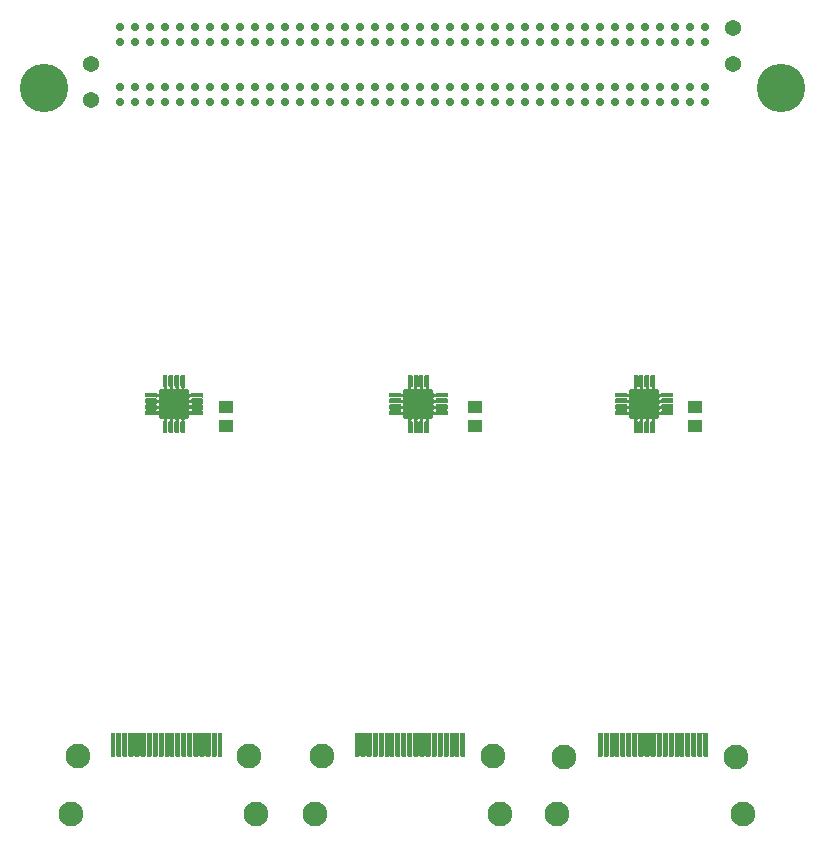
<source format=gbr>
G04 #@! TF.GenerationSoftware,KiCad,Pcbnew,(6.0.4-0)*
G04 #@! TF.CreationDate,2022-07-08T14:42:32+02:00*
G04 #@! TF.ProjectId,adapter_hybrid_assistor_hpc_3HDMI,61646170-7465-4725-9f68-79627269645f,rev?*
G04 #@! TF.SameCoordinates,Original*
G04 #@! TF.FileFunction,Soldermask,Top*
G04 #@! TF.FilePolarity,Negative*
%FSLAX46Y46*%
G04 Gerber Fmt 4.6, Leading zero omitted, Abs format (unit mm)*
G04 Created by KiCad (PCBNEW (6.0.4-0)) date 2022-07-08 14:42:32*
%MOMM*%
%LPD*%
G01*
G04 APERTURE LIST*
G04 Aperture macros list*
%AMRoundRect*
0 Rectangle with rounded corners*
0 $1 Rounding radius*
0 $2 $3 $4 $5 $6 $7 $8 $9 X,Y pos of 4 corners*
0 Add a 4 corners polygon primitive as box body*
4,1,4,$2,$3,$4,$5,$6,$7,$8,$9,$2,$3,0*
0 Add four circle primitives for the rounded corners*
1,1,$1+$1,$2,$3*
1,1,$1+$1,$4,$5*
1,1,$1+$1,$6,$7*
1,1,$1+$1,$8,$9*
0 Add four rect primitives between the rounded corners*
20,1,$1+$1,$2,$3,$4,$5,0*
20,1,$1+$1,$4,$5,$6,$7,0*
20,1,$1+$1,$6,$7,$8,$9,0*
20,1,$1+$1,$8,$9,$2,$3,0*%
G04 Aperture macros list end*
%ADD10RoundRect,0.051000X0.500000X-0.475000X0.500000X0.475000X-0.500000X0.475000X-0.500000X-0.475000X0*%
%ADD11C,1.372000*%
%ADD12C,4.102000*%
%ADD13C,0.742000*%
%ADD14RoundRect,0.051000X-0.150000X-0.950000X0.150000X-0.950000X0.150000X0.950000X-0.150000X0.950000X0*%
%ADD15C,2.097000*%
%ADD16RoundRect,0.051000X-0.150000X-0.425000X0.150000X-0.425000X0.150000X0.425000X-0.150000X0.425000X0*%
%ADD17RoundRect,0.051000X-0.425000X0.150000X-0.425000X-0.150000X0.425000X-0.150000X0.425000X0.150000X0*%
%ADD18RoundRect,0.051000X-1.200000X1.200000X-1.200000X-1.200000X1.200000X-1.200000X1.200000X1.200000X0*%
G04 APERTURE END LIST*
D10*
X118740000Y-139080000D03*
X118740000Y-137480000D03*
X158450000Y-139030000D03*
X158450000Y-137430000D03*
D11*
X161683000Y-108458000D03*
X107303000Y-111508000D03*
D12*
X165683000Y-110458000D03*
D13*
X159263000Y-105288000D03*
X157993000Y-105288000D03*
X156723000Y-105288000D03*
X155443000Y-105288000D03*
X154173000Y-105288000D03*
X152903000Y-105288000D03*
X151633000Y-105288000D03*
X150373000Y-105288000D03*
X149103000Y-105288000D03*
X147833000Y-105288000D03*
X146553000Y-105288000D03*
X145283000Y-105288000D03*
X144023000Y-105288000D03*
X142753000Y-105288000D03*
X141483000Y-105288000D03*
X140203000Y-105288000D03*
X138943000Y-105288000D03*
X137663000Y-105288000D03*
X136403000Y-105288000D03*
X135133000Y-105288000D03*
X133853000Y-105288000D03*
X132583000Y-105288000D03*
X131323000Y-105288000D03*
X130043000Y-105288000D03*
X128783000Y-105288000D03*
X127503000Y-105288000D03*
X126233000Y-105288000D03*
X124963000Y-105288000D03*
X123703000Y-105288000D03*
X122433000Y-105288000D03*
X121153000Y-105288000D03*
X119883000Y-105288000D03*
X118613000Y-105288000D03*
X117353000Y-105288000D03*
X116083000Y-105288000D03*
X114813000Y-105288000D03*
X113543000Y-105288000D03*
X112263000Y-105288000D03*
X110993000Y-105288000D03*
X109723000Y-105288000D03*
X159263000Y-106548000D03*
X157993000Y-106548000D03*
X156723000Y-106548000D03*
X155443000Y-106548000D03*
X154173000Y-106548000D03*
X152903000Y-106548000D03*
X151633000Y-106548000D03*
X150373000Y-106548000D03*
X149103000Y-106548000D03*
X147833000Y-106548000D03*
X146553000Y-106548000D03*
X145283000Y-106548000D03*
X144023000Y-106548000D03*
X142753000Y-106548000D03*
X141483000Y-106548000D03*
X140203000Y-106548000D03*
X138943000Y-106548000D03*
X137663000Y-106548000D03*
X136403000Y-106548000D03*
X135133000Y-106548000D03*
X133873000Y-106548000D03*
X132583000Y-106548000D03*
X131323000Y-106548000D03*
X130043000Y-106548000D03*
X128783000Y-106548000D03*
X127503000Y-106548000D03*
X126233000Y-106548000D03*
X124963000Y-106548000D03*
X123703000Y-106548000D03*
X122433000Y-106548000D03*
X121153000Y-106548000D03*
X119883000Y-106548000D03*
X118613000Y-106548000D03*
X117353000Y-106548000D03*
X116083000Y-106548000D03*
X114813000Y-106548000D03*
X113543000Y-106548000D03*
X112263000Y-106548000D03*
X110993000Y-106548000D03*
X109723000Y-106548000D03*
X159263000Y-110368000D03*
X157993000Y-110368000D03*
X156723000Y-110368000D03*
X155443000Y-110368000D03*
X154173000Y-110368000D03*
X152903000Y-110368000D03*
X151633000Y-110368000D03*
X150373000Y-110368000D03*
X149103000Y-110368000D03*
X147833000Y-110368000D03*
X146553000Y-110368000D03*
X145283000Y-110368000D03*
X144023000Y-110368000D03*
X142753000Y-110368000D03*
X141483000Y-110368000D03*
X140203000Y-110368000D03*
X138943000Y-110368000D03*
X137663000Y-110368000D03*
X136403000Y-110368000D03*
X135133000Y-110368000D03*
X133853000Y-110368000D03*
X132583000Y-110368000D03*
X131323000Y-110368000D03*
X130043000Y-110368000D03*
X128783000Y-110368000D03*
X127503000Y-110368000D03*
X126233000Y-110368000D03*
X124963000Y-110368000D03*
X123703000Y-110368000D03*
X122433000Y-110368000D03*
X121153000Y-110368000D03*
X119883000Y-110368000D03*
X118613000Y-110368000D03*
X117353000Y-110368000D03*
X116083000Y-110368000D03*
X114813000Y-110368000D03*
X113543000Y-110368000D03*
X112263000Y-110368000D03*
X110993000Y-110368000D03*
X109723000Y-110368000D03*
D12*
X103303000Y-110458000D03*
D13*
X159263000Y-111628000D03*
X157993000Y-111628000D03*
X156723000Y-111628000D03*
X155443000Y-111628000D03*
X154173000Y-111628000D03*
X152903000Y-111628000D03*
X151633000Y-111628000D03*
X150373000Y-111628000D03*
X149103000Y-111628000D03*
X147833000Y-111628000D03*
X146553000Y-111628000D03*
X145283000Y-111628000D03*
X144023000Y-111628000D03*
X142753000Y-111628000D03*
X141483000Y-111628000D03*
X140203000Y-111628000D03*
X138943000Y-111628000D03*
X137663000Y-111628000D03*
X136403000Y-111628000D03*
X135133000Y-111628000D03*
X133873000Y-111628000D03*
X132583000Y-111628000D03*
X131323000Y-111628000D03*
X130043000Y-111628000D03*
X128783000Y-111628000D03*
X127503000Y-111628000D03*
X126233000Y-111628000D03*
X124963000Y-111628000D03*
X123703000Y-111628000D03*
X122433000Y-111628000D03*
X121153000Y-111628000D03*
X119883000Y-111628000D03*
X118613000Y-111628000D03*
X117353000Y-111628000D03*
X116083000Y-111628000D03*
X114813000Y-111628000D03*
X113543000Y-111628000D03*
X112263000Y-111628000D03*
X110993000Y-111628000D03*
X109723000Y-111628000D03*
D14*
X118189000Y-166050000D03*
X117689000Y-166050000D03*
X117189000Y-166050000D03*
X116689000Y-166050000D03*
X116189000Y-166050000D03*
X115689000Y-166050000D03*
X115189000Y-166050000D03*
X114689000Y-166050000D03*
X114189000Y-166050000D03*
X113689000Y-166050000D03*
X113189000Y-166050000D03*
X112689000Y-166050000D03*
X112189000Y-166050000D03*
X111689000Y-166050000D03*
X111189000Y-166050000D03*
X110689000Y-166050000D03*
X110189000Y-166050000D03*
X109689000Y-166050000D03*
X109189000Y-166050000D03*
D15*
X106189000Y-167050000D03*
X120689000Y-167050000D03*
X105589000Y-171950000D03*
X121289000Y-171950000D03*
D16*
X115090000Y-135260000D03*
X114590000Y-135260000D03*
X114090000Y-135260000D03*
X113590000Y-135260000D03*
D17*
X112390000Y-136460000D03*
X112390000Y-136960000D03*
X112390000Y-137460000D03*
X112390000Y-137960000D03*
D16*
X113590000Y-139160000D03*
X114090000Y-139160000D03*
X114590000Y-139160000D03*
X115090000Y-139160000D03*
D17*
X116290000Y-137960000D03*
X116290000Y-137460000D03*
X116290000Y-136960000D03*
X116290000Y-136460000D03*
D18*
X114340000Y-137210000D03*
D16*
X154900000Y-135270000D03*
X154400000Y-135270000D03*
X153900000Y-135270000D03*
X153400000Y-135270000D03*
D17*
X152200000Y-136470000D03*
X152200000Y-136970000D03*
X152200000Y-137470000D03*
X152200000Y-137970000D03*
D16*
X153400000Y-139170000D03*
X153900000Y-139170000D03*
X154400000Y-139170000D03*
X154900000Y-139170000D03*
D17*
X156100000Y-137970000D03*
X156100000Y-137470000D03*
X156100000Y-136970000D03*
X156100000Y-136470000D03*
D18*
X154150000Y-137220000D03*
D16*
X135770000Y-135270000D03*
X135270000Y-135270000D03*
X134770000Y-135270000D03*
X134270000Y-135270000D03*
D17*
X133070000Y-136470000D03*
X133070000Y-136970000D03*
X133070000Y-137470000D03*
X133070000Y-137970000D03*
D16*
X134270000Y-139170000D03*
X134770000Y-139170000D03*
X135270000Y-139170000D03*
X135770000Y-139170000D03*
D17*
X136970000Y-137970000D03*
X136970000Y-137470000D03*
X136970000Y-136970000D03*
X136970000Y-136470000D03*
D18*
X135020000Y-137220000D03*
D10*
X139830000Y-139030000D03*
X139830000Y-137430000D03*
D14*
X159369000Y-166060000D03*
X158869000Y-166060000D03*
X158369000Y-166060000D03*
X157869000Y-166060000D03*
X157369000Y-166060000D03*
X156869000Y-166060000D03*
X156369000Y-166060000D03*
X155869000Y-166060000D03*
X155369000Y-166060000D03*
X154869000Y-166060000D03*
X154369000Y-166060000D03*
X153869000Y-166060000D03*
X153369000Y-166060000D03*
X152869000Y-166060000D03*
X152369000Y-166060000D03*
X151869000Y-166060000D03*
X151369000Y-166060000D03*
X150869000Y-166060000D03*
X150369000Y-166060000D03*
D15*
X147369000Y-167060000D03*
X161869000Y-167060000D03*
X146769000Y-171960000D03*
X162469000Y-171960000D03*
D14*
X138819000Y-166050000D03*
X138319000Y-166050000D03*
X137819000Y-166050000D03*
X137319000Y-166050000D03*
X136819000Y-166050000D03*
X136319000Y-166050000D03*
X135819000Y-166050000D03*
X135319000Y-166050000D03*
X134819000Y-166050000D03*
X134319000Y-166050000D03*
X133819000Y-166050000D03*
X133319000Y-166050000D03*
X132819000Y-166050000D03*
X132319000Y-166050000D03*
X131819000Y-166050000D03*
X131319000Y-166050000D03*
X130819000Y-166050000D03*
X130319000Y-166050000D03*
X129819000Y-166050000D03*
D15*
X126819000Y-167050000D03*
X141319000Y-167050000D03*
X126219000Y-171950000D03*
X141919000Y-171950000D03*
D11*
X161685000Y-105405000D03*
X107305000Y-108455000D03*
G36*
X150683633Y-165073517D02*
G01*
X150684197Y-165075436D01*
X150683916Y-165076075D01*
X150673767Y-165091263D01*
X150670000Y-165110199D01*
X150670000Y-167009801D01*
X150673767Y-167028738D01*
X150683814Y-167043773D01*
X150683945Y-167045768D01*
X150682282Y-167046880D01*
X150681553Y-167046793D01*
X150621212Y-167027898D01*
X150556310Y-167046955D01*
X150554367Y-167046483D01*
X150553803Y-167044564D01*
X150554084Y-167043925D01*
X150564233Y-167028737D01*
X150568000Y-167009801D01*
X150568000Y-165110199D01*
X150564233Y-165091262D01*
X150554186Y-165076227D01*
X150554055Y-165074232D01*
X150555718Y-165073120D01*
X150556447Y-165073207D01*
X150616788Y-165092102D01*
X150681690Y-165073045D01*
X150683633Y-165073517D01*
G37*
G36*
X159183633Y-165073517D02*
G01*
X159184197Y-165075436D01*
X159183916Y-165076075D01*
X159173767Y-165091263D01*
X159170000Y-165110199D01*
X159170000Y-167009801D01*
X159173767Y-167028738D01*
X159183814Y-167043773D01*
X159183945Y-167045768D01*
X159182282Y-167046880D01*
X159181553Y-167046793D01*
X159121212Y-167027898D01*
X159056310Y-167046955D01*
X159054367Y-167046483D01*
X159053803Y-167044564D01*
X159054084Y-167043925D01*
X159064233Y-167028737D01*
X159068000Y-167009801D01*
X159068000Y-165110199D01*
X159064233Y-165091262D01*
X159054186Y-165076227D01*
X159054055Y-165074232D01*
X159055718Y-165073120D01*
X159056447Y-165073207D01*
X159116788Y-165092102D01*
X159181690Y-165073045D01*
X159183633Y-165073517D01*
G37*
G36*
X154683633Y-165073517D02*
G01*
X154684197Y-165075436D01*
X154683916Y-165076075D01*
X154673767Y-165091263D01*
X154670000Y-165110199D01*
X154670000Y-167009801D01*
X154673767Y-167028738D01*
X154683814Y-167043773D01*
X154683945Y-167045768D01*
X154682282Y-167046880D01*
X154681553Y-167046793D01*
X154621212Y-167027898D01*
X154556310Y-167046955D01*
X154554367Y-167046483D01*
X154553803Y-167044564D01*
X154554084Y-167043925D01*
X154564233Y-167028737D01*
X154568000Y-167009801D01*
X154568000Y-165110199D01*
X154564233Y-165091262D01*
X154554186Y-165076227D01*
X154554055Y-165074232D01*
X154555718Y-165073120D01*
X154556447Y-165073207D01*
X154616788Y-165092102D01*
X154681690Y-165073045D01*
X154683633Y-165073517D01*
G37*
G36*
X158683633Y-165073517D02*
G01*
X158684197Y-165075436D01*
X158683916Y-165076075D01*
X158673767Y-165091263D01*
X158670000Y-165110199D01*
X158670000Y-167009801D01*
X158673767Y-167028738D01*
X158683814Y-167043773D01*
X158683945Y-167045768D01*
X158682282Y-167046880D01*
X158681553Y-167046793D01*
X158621212Y-167027898D01*
X158556310Y-167046955D01*
X158554367Y-167046483D01*
X158553803Y-167044564D01*
X158554084Y-167043925D01*
X158564233Y-167028737D01*
X158568000Y-167009801D01*
X158568000Y-165110199D01*
X158564233Y-165091262D01*
X158554186Y-165076227D01*
X158554055Y-165074232D01*
X158555718Y-165073120D01*
X158556447Y-165073207D01*
X158616788Y-165092102D01*
X158681690Y-165073045D01*
X158683633Y-165073517D01*
G37*
G36*
X151683633Y-165073517D02*
G01*
X151684197Y-165075436D01*
X151683916Y-165076075D01*
X151673767Y-165091263D01*
X151670000Y-165110199D01*
X151670000Y-167009801D01*
X151673767Y-167028738D01*
X151683814Y-167043773D01*
X151683945Y-167045768D01*
X151682282Y-167046880D01*
X151681553Y-167046793D01*
X151621212Y-167027898D01*
X151556310Y-167046955D01*
X151554367Y-167046483D01*
X151553803Y-167044564D01*
X151554084Y-167043925D01*
X151564233Y-167028737D01*
X151568000Y-167009801D01*
X151568000Y-165110199D01*
X151564233Y-165091262D01*
X151554186Y-165076227D01*
X151554055Y-165074232D01*
X151555718Y-165073120D01*
X151556447Y-165073207D01*
X151616788Y-165092102D01*
X151681690Y-165073045D01*
X151683633Y-165073517D01*
G37*
G36*
X155683633Y-165073517D02*
G01*
X155684197Y-165075436D01*
X155683916Y-165076075D01*
X155673767Y-165091263D01*
X155670000Y-165110199D01*
X155670000Y-167009801D01*
X155673767Y-167028738D01*
X155683814Y-167043773D01*
X155683945Y-167045768D01*
X155682282Y-167046880D01*
X155681553Y-167046793D01*
X155621212Y-167027898D01*
X155556310Y-167046955D01*
X155554367Y-167046483D01*
X155553803Y-167044564D01*
X155554084Y-167043925D01*
X155564233Y-167028737D01*
X155568000Y-167009801D01*
X155568000Y-165110199D01*
X155564233Y-165091262D01*
X155554186Y-165076227D01*
X155554055Y-165074232D01*
X155555718Y-165073120D01*
X155556447Y-165073207D01*
X155616788Y-165092102D01*
X155681690Y-165073045D01*
X155683633Y-165073517D01*
G37*
G36*
X153183633Y-165073517D02*
G01*
X153184197Y-165075436D01*
X153183916Y-165076075D01*
X153173767Y-165091263D01*
X153170000Y-165110199D01*
X153170000Y-167009801D01*
X153173767Y-167028738D01*
X153183814Y-167043773D01*
X153183945Y-167045768D01*
X153182282Y-167046880D01*
X153181553Y-167046793D01*
X153121212Y-167027898D01*
X153056310Y-167046955D01*
X153054367Y-167046483D01*
X153053803Y-167044564D01*
X153054084Y-167043925D01*
X153064233Y-167028737D01*
X153068000Y-167009801D01*
X153068000Y-165110199D01*
X153064233Y-165091262D01*
X153054186Y-165076227D01*
X153054055Y-165074232D01*
X153055718Y-165073120D01*
X153056447Y-165073207D01*
X153116788Y-165092102D01*
X153181690Y-165073045D01*
X153183633Y-165073517D01*
G37*
G36*
X157183633Y-165073517D02*
G01*
X157184197Y-165075436D01*
X157183916Y-165076075D01*
X157173767Y-165091263D01*
X157170000Y-165110199D01*
X157170000Y-167009801D01*
X157173767Y-167028738D01*
X157183814Y-167043773D01*
X157183945Y-167045768D01*
X157182282Y-167046880D01*
X157181553Y-167046793D01*
X157121212Y-167027898D01*
X157056310Y-167046955D01*
X157054367Y-167046483D01*
X157053803Y-167044564D01*
X157054084Y-167043925D01*
X157064233Y-167028737D01*
X157068000Y-167009801D01*
X157068000Y-165110199D01*
X157064233Y-165091262D01*
X157054186Y-165076227D01*
X157054055Y-165074232D01*
X157055718Y-165073120D01*
X157056447Y-165073207D01*
X157116788Y-165092102D01*
X157181690Y-165073045D01*
X157183633Y-165073517D01*
G37*
G36*
X155183633Y-165073517D02*
G01*
X155184197Y-165075436D01*
X155183916Y-165076075D01*
X155173767Y-165091263D01*
X155170000Y-165110199D01*
X155170000Y-167009801D01*
X155173767Y-167028738D01*
X155183814Y-167043773D01*
X155183945Y-167045768D01*
X155182282Y-167046880D01*
X155181553Y-167046793D01*
X155121212Y-167027898D01*
X155056310Y-167046955D01*
X155054367Y-167046483D01*
X155053803Y-167044564D01*
X155054084Y-167043925D01*
X155064233Y-167028737D01*
X155068000Y-167009801D01*
X155068000Y-165110199D01*
X155064233Y-165091262D01*
X155054186Y-165076227D01*
X155054055Y-165074232D01*
X155055718Y-165073120D01*
X155056447Y-165073207D01*
X155116788Y-165092102D01*
X155181690Y-165073045D01*
X155183633Y-165073517D01*
G37*
G36*
X151183633Y-165073517D02*
G01*
X151184197Y-165075436D01*
X151183916Y-165076075D01*
X151173767Y-165091263D01*
X151170000Y-165110199D01*
X151170000Y-167009801D01*
X151173767Y-167028738D01*
X151183814Y-167043773D01*
X151183945Y-167045768D01*
X151182282Y-167046880D01*
X151181553Y-167046793D01*
X151121212Y-167027898D01*
X151056310Y-167046955D01*
X151054367Y-167046483D01*
X151053803Y-167044564D01*
X151054084Y-167043925D01*
X151064233Y-167028737D01*
X151068000Y-167009801D01*
X151068000Y-165110199D01*
X151064233Y-165091262D01*
X151054186Y-165076227D01*
X151054055Y-165074232D01*
X151055718Y-165073120D01*
X151056447Y-165073207D01*
X151116788Y-165092102D01*
X151181690Y-165073045D01*
X151183633Y-165073517D01*
G37*
G36*
X156683633Y-165073517D02*
G01*
X156684197Y-165075436D01*
X156683916Y-165076075D01*
X156673767Y-165091263D01*
X156670000Y-165110199D01*
X156670000Y-167009801D01*
X156673767Y-167028738D01*
X156683814Y-167043773D01*
X156683945Y-167045768D01*
X156682282Y-167046880D01*
X156681553Y-167046793D01*
X156621212Y-167027898D01*
X156556310Y-167046955D01*
X156554367Y-167046483D01*
X156553803Y-167044564D01*
X156554084Y-167043925D01*
X156564233Y-167028737D01*
X156568000Y-167009801D01*
X156568000Y-165110199D01*
X156564233Y-165091262D01*
X156554186Y-165076227D01*
X156554055Y-165074232D01*
X156555718Y-165073120D01*
X156556447Y-165073207D01*
X156616788Y-165092102D01*
X156681690Y-165073045D01*
X156683633Y-165073517D01*
G37*
G36*
X152683633Y-165073517D02*
G01*
X152684197Y-165075436D01*
X152683916Y-165076075D01*
X152673767Y-165091263D01*
X152670000Y-165110199D01*
X152670000Y-167009801D01*
X152673767Y-167028738D01*
X152683814Y-167043773D01*
X152683945Y-167045768D01*
X152682282Y-167046880D01*
X152681553Y-167046793D01*
X152621212Y-167027898D01*
X152556310Y-167046955D01*
X152554367Y-167046483D01*
X152553803Y-167044564D01*
X152554084Y-167043925D01*
X152564233Y-167028737D01*
X152568000Y-167009801D01*
X152568000Y-165110199D01*
X152564233Y-165091262D01*
X152554186Y-165076227D01*
X152554055Y-165074232D01*
X152555718Y-165073120D01*
X152556447Y-165073207D01*
X152616788Y-165092102D01*
X152681690Y-165073045D01*
X152683633Y-165073517D01*
G37*
G36*
X158183633Y-165073517D02*
G01*
X158184197Y-165075436D01*
X158183916Y-165076075D01*
X158173767Y-165091263D01*
X158170000Y-165110199D01*
X158170000Y-167009801D01*
X158173767Y-167028738D01*
X158183814Y-167043773D01*
X158183945Y-167045768D01*
X158182282Y-167046880D01*
X158181553Y-167046793D01*
X158121212Y-167027898D01*
X158056310Y-167046955D01*
X158054367Y-167046483D01*
X158053803Y-167044564D01*
X158054084Y-167043925D01*
X158064233Y-167028737D01*
X158068000Y-167009801D01*
X158068000Y-165110199D01*
X158064233Y-165091262D01*
X158054186Y-165076227D01*
X158054055Y-165074232D01*
X158055718Y-165073120D01*
X158056447Y-165073207D01*
X158116788Y-165092102D01*
X158181690Y-165073045D01*
X158183633Y-165073517D01*
G37*
G36*
X154183633Y-165073517D02*
G01*
X154184197Y-165075436D01*
X154183916Y-165076075D01*
X154173767Y-165091263D01*
X154170000Y-165110199D01*
X154170000Y-167009801D01*
X154173767Y-167028738D01*
X154183814Y-167043773D01*
X154183945Y-167045768D01*
X154182282Y-167046880D01*
X154181553Y-167046793D01*
X154121212Y-167027898D01*
X154056310Y-167046955D01*
X154054367Y-167046483D01*
X154053803Y-167044564D01*
X154054084Y-167043925D01*
X154064233Y-167028737D01*
X154068000Y-167009801D01*
X154068000Y-165110199D01*
X154064233Y-165091262D01*
X154054186Y-165076227D01*
X154054055Y-165074232D01*
X154055718Y-165073120D01*
X154056447Y-165073207D01*
X154116788Y-165092102D01*
X154181690Y-165073045D01*
X154183633Y-165073517D01*
G37*
G36*
X157683633Y-165073517D02*
G01*
X157684197Y-165075436D01*
X157683916Y-165076075D01*
X157673767Y-165091263D01*
X157670000Y-165110199D01*
X157670000Y-167009801D01*
X157673767Y-167028738D01*
X157683814Y-167043773D01*
X157683945Y-167045768D01*
X157682282Y-167046880D01*
X157681553Y-167046793D01*
X157621212Y-167027898D01*
X157556310Y-167046955D01*
X157554367Y-167046483D01*
X157553803Y-167044564D01*
X157554084Y-167043925D01*
X157564233Y-167028737D01*
X157568000Y-167009801D01*
X157568000Y-165110199D01*
X157564233Y-165091262D01*
X157554186Y-165076227D01*
X157554055Y-165074232D01*
X157555718Y-165073120D01*
X157556447Y-165073207D01*
X157616788Y-165092102D01*
X157681690Y-165073045D01*
X157683633Y-165073517D01*
G37*
G36*
X152183633Y-165073517D02*
G01*
X152184197Y-165075436D01*
X152183916Y-165076075D01*
X152173767Y-165091263D01*
X152170000Y-165110199D01*
X152170000Y-167009801D01*
X152173767Y-167028738D01*
X152183814Y-167043773D01*
X152183945Y-167045768D01*
X152182282Y-167046880D01*
X152181553Y-167046793D01*
X152121212Y-167027898D01*
X152056310Y-167046955D01*
X152054367Y-167046483D01*
X152053803Y-167044564D01*
X152054084Y-167043925D01*
X152064233Y-167028737D01*
X152068000Y-167009801D01*
X152068000Y-165110199D01*
X152064233Y-165091262D01*
X152054186Y-165076227D01*
X152054055Y-165074232D01*
X152055718Y-165073120D01*
X152056447Y-165073207D01*
X152116788Y-165092102D01*
X152181690Y-165073045D01*
X152183633Y-165073517D01*
G37*
G36*
X153683633Y-165073517D02*
G01*
X153684197Y-165075436D01*
X153683916Y-165076075D01*
X153673767Y-165091263D01*
X153670000Y-165110199D01*
X153670000Y-167009801D01*
X153673767Y-167028738D01*
X153683814Y-167043773D01*
X153683945Y-167045768D01*
X153682282Y-167046880D01*
X153681553Y-167046793D01*
X153621212Y-167027898D01*
X153556310Y-167046955D01*
X153554367Y-167046483D01*
X153553803Y-167044564D01*
X153554084Y-167043925D01*
X153564233Y-167028737D01*
X153568000Y-167009801D01*
X153568000Y-165110199D01*
X153564233Y-165091262D01*
X153554186Y-165076227D01*
X153554055Y-165074232D01*
X153555718Y-165073120D01*
X153556447Y-165073207D01*
X153616788Y-165092102D01*
X153681690Y-165073045D01*
X153683633Y-165073517D01*
G37*
G36*
X156183633Y-165073517D02*
G01*
X156184197Y-165075436D01*
X156183916Y-165076075D01*
X156173767Y-165091263D01*
X156170000Y-165110199D01*
X156170000Y-167009801D01*
X156173767Y-167028738D01*
X156183814Y-167043773D01*
X156183945Y-167045768D01*
X156182282Y-167046880D01*
X156181553Y-167046793D01*
X156121212Y-167027898D01*
X156056310Y-167046955D01*
X156054367Y-167046483D01*
X156053803Y-167044564D01*
X156054084Y-167043925D01*
X156064233Y-167028737D01*
X156068000Y-167009801D01*
X156068000Y-165110199D01*
X156064233Y-165091262D01*
X156054186Y-165076227D01*
X156054055Y-165074232D01*
X156055718Y-165073120D01*
X156056447Y-165073207D01*
X156116788Y-165092102D01*
X156181690Y-165073045D01*
X156183633Y-165073517D01*
G37*
G36*
X134633633Y-165063517D02*
G01*
X134634197Y-165065436D01*
X134633916Y-165066075D01*
X134623767Y-165081263D01*
X134620000Y-165100199D01*
X134620000Y-166999801D01*
X134623767Y-167018738D01*
X134633814Y-167033773D01*
X134633945Y-167035768D01*
X134632282Y-167036880D01*
X134631553Y-167036793D01*
X134571212Y-167017898D01*
X134506310Y-167036955D01*
X134504367Y-167036483D01*
X134503803Y-167034564D01*
X134504084Y-167033925D01*
X134514233Y-167018737D01*
X134518000Y-166999801D01*
X134518000Y-165100199D01*
X134514233Y-165081262D01*
X134504186Y-165066227D01*
X134504055Y-165064232D01*
X134505718Y-165063120D01*
X134506447Y-165063207D01*
X134566788Y-165082102D01*
X134631690Y-165063045D01*
X134633633Y-165063517D01*
G37*
G36*
X133633633Y-165063517D02*
G01*
X133634197Y-165065436D01*
X133633916Y-165066075D01*
X133623767Y-165081263D01*
X133620000Y-165100199D01*
X133620000Y-166999801D01*
X133623767Y-167018738D01*
X133633814Y-167033773D01*
X133633945Y-167035768D01*
X133632282Y-167036880D01*
X133631553Y-167036793D01*
X133571212Y-167017898D01*
X133506310Y-167036955D01*
X133504367Y-167036483D01*
X133503803Y-167034564D01*
X133504084Y-167033925D01*
X133514233Y-167018737D01*
X133518000Y-166999801D01*
X133518000Y-165100199D01*
X133514233Y-165081262D01*
X133504186Y-165066227D01*
X133504055Y-165064232D01*
X133505718Y-165063120D01*
X133506447Y-165063207D01*
X133566788Y-165082102D01*
X133631690Y-165063045D01*
X133633633Y-165063517D01*
G37*
G36*
X115003633Y-165063517D02*
G01*
X115004197Y-165065436D01*
X115003916Y-165066075D01*
X114993767Y-165081263D01*
X114990000Y-165100199D01*
X114990000Y-166999801D01*
X114993767Y-167018738D01*
X115003814Y-167033773D01*
X115003945Y-167035768D01*
X115002282Y-167036880D01*
X115001553Y-167036793D01*
X114941212Y-167017898D01*
X114876310Y-167036955D01*
X114874367Y-167036483D01*
X114873803Y-167034564D01*
X114874084Y-167033925D01*
X114884233Y-167018737D01*
X114888000Y-166999801D01*
X114888000Y-165100199D01*
X114884233Y-165081262D01*
X114874186Y-165066227D01*
X114874055Y-165064232D01*
X114875718Y-165063120D01*
X114876447Y-165063207D01*
X114936788Y-165082102D01*
X115001690Y-165063045D01*
X115003633Y-165063517D01*
G37*
G36*
X135133633Y-165063517D02*
G01*
X135134197Y-165065436D01*
X135133916Y-165066075D01*
X135123767Y-165081263D01*
X135120000Y-165100199D01*
X135120000Y-166999801D01*
X135123767Y-167018738D01*
X135133814Y-167033773D01*
X135133945Y-167035768D01*
X135132282Y-167036880D01*
X135131553Y-167036793D01*
X135071212Y-167017898D01*
X135006310Y-167036955D01*
X135004367Y-167036483D01*
X135003803Y-167034564D01*
X135004084Y-167033925D01*
X135014233Y-167018737D01*
X135018000Y-166999801D01*
X135018000Y-165100199D01*
X135014233Y-165081262D01*
X135004186Y-165066227D01*
X135004055Y-165064232D01*
X135005718Y-165063120D01*
X135006447Y-165063207D01*
X135066788Y-165082102D01*
X135131690Y-165063045D01*
X135133633Y-165063517D01*
G37*
G36*
X112003633Y-165063517D02*
G01*
X112004197Y-165065436D01*
X112003916Y-165066075D01*
X111993767Y-165081263D01*
X111990000Y-165100199D01*
X111990000Y-166999801D01*
X111993767Y-167018738D01*
X112003814Y-167033773D01*
X112003945Y-167035768D01*
X112002282Y-167036880D01*
X112001553Y-167036793D01*
X111941212Y-167017898D01*
X111876310Y-167036955D01*
X111874367Y-167036483D01*
X111873803Y-167034564D01*
X111874084Y-167033925D01*
X111884233Y-167018737D01*
X111888000Y-166999801D01*
X111888000Y-165100199D01*
X111884233Y-165081262D01*
X111874186Y-165066227D01*
X111874055Y-165064232D01*
X111875718Y-165063120D01*
X111876447Y-165063207D01*
X111936788Y-165082102D01*
X112001690Y-165063045D01*
X112003633Y-165063517D01*
G37*
G36*
X132133633Y-165063517D02*
G01*
X132134197Y-165065436D01*
X132133916Y-165066075D01*
X132123767Y-165081263D01*
X132120000Y-165100199D01*
X132120000Y-166999801D01*
X132123767Y-167018738D01*
X132133814Y-167033773D01*
X132133945Y-167035768D01*
X132132282Y-167036880D01*
X132131553Y-167036793D01*
X132071212Y-167017898D01*
X132006310Y-167036955D01*
X132004367Y-167036483D01*
X132003803Y-167034564D01*
X132004084Y-167033925D01*
X132014233Y-167018737D01*
X132018000Y-166999801D01*
X132018000Y-165100199D01*
X132014233Y-165081262D01*
X132004186Y-165066227D01*
X132004055Y-165064232D01*
X132005718Y-165063120D01*
X132006447Y-165063207D01*
X132066788Y-165082102D01*
X132131690Y-165063045D01*
X132133633Y-165063517D01*
G37*
G36*
X116503633Y-165063517D02*
G01*
X116504197Y-165065436D01*
X116503916Y-165066075D01*
X116493767Y-165081263D01*
X116490000Y-165100199D01*
X116490000Y-166999801D01*
X116493767Y-167018738D01*
X116503814Y-167033773D01*
X116503945Y-167035768D01*
X116502282Y-167036880D01*
X116501553Y-167036793D01*
X116441212Y-167017898D01*
X116376310Y-167036955D01*
X116374367Y-167036483D01*
X116373803Y-167034564D01*
X116374084Y-167033925D01*
X116384233Y-167018737D01*
X116388000Y-166999801D01*
X116388000Y-165100199D01*
X116384233Y-165081262D01*
X116374186Y-165066227D01*
X116374055Y-165064232D01*
X116375718Y-165063120D01*
X116376447Y-165063207D01*
X116436788Y-165082102D01*
X116501690Y-165063045D01*
X116503633Y-165063517D01*
G37*
G36*
X116003633Y-165063517D02*
G01*
X116004197Y-165065436D01*
X116003916Y-165066075D01*
X115993767Y-165081263D01*
X115990000Y-165100199D01*
X115990000Y-166999801D01*
X115993767Y-167018738D01*
X116003814Y-167033773D01*
X116003945Y-167035768D01*
X116002282Y-167036880D01*
X116001553Y-167036793D01*
X115941212Y-167017898D01*
X115876310Y-167036955D01*
X115874367Y-167036483D01*
X115873803Y-167034564D01*
X115874084Y-167033925D01*
X115884233Y-167018737D01*
X115888000Y-166999801D01*
X115888000Y-165100199D01*
X115884233Y-165081262D01*
X115874186Y-165066227D01*
X115874055Y-165064232D01*
X115875718Y-165063120D01*
X115876447Y-165063207D01*
X115936788Y-165082102D01*
X116001690Y-165063045D01*
X116003633Y-165063517D01*
G37*
G36*
X138133633Y-165063517D02*
G01*
X138134197Y-165065436D01*
X138133916Y-165066075D01*
X138123767Y-165081263D01*
X138120000Y-165100199D01*
X138120000Y-166999801D01*
X138123767Y-167018738D01*
X138133814Y-167033773D01*
X138133945Y-167035768D01*
X138132282Y-167036880D01*
X138131553Y-167036793D01*
X138071212Y-167017898D01*
X138006310Y-167036955D01*
X138004367Y-167036483D01*
X138003803Y-167034564D01*
X138004084Y-167033925D01*
X138014233Y-167018737D01*
X138018000Y-166999801D01*
X138018000Y-165100199D01*
X138014233Y-165081262D01*
X138004186Y-165066227D01*
X138004055Y-165064232D01*
X138005718Y-165063120D01*
X138006447Y-165063207D01*
X138066788Y-165082102D01*
X138131690Y-165063045D01*
X138133633Y-165063517D01*
G37*
G36*
X114503633Y-165063517D02*
G01*
X114504197Y-165065436D01*
X114503916Y-165066075D01*
X114493767Y-165081263D01*
X114490000Y-165100199D01*
X114490000Y-166999801D01*
X114493767Y-167018738D01*
X114503814Y-167033773D01*
X114503945Y-167035768D01*
X114502282Y-167036880D01*
X114501553Y-167036793D01*
X114441212Y-167017898D01*
X114376310Y-167036955D01*
X114374367Y-167036483D01*
X114373803Y-167034564D01*
X114374084Y-167033925D01*
X114384233Y-167018737D01*
X114388000Y-166999801D01*
X114388000Y-165100199D01*
X114384233Y-165081262D01*
X114374186Y-165066227D01*
X114374055Y-165064232D01*
X114375718Y-165063120D01*
X114376447Y-165063207D01*
X114436788Y-165082102D01*
X114501690Y-165063045D01*
X114503633Y-165063517D01*
G37*
G36*
X110503633Y-165063517D02*
G01*
X110504197Y-165065436D01*
X110503916Y-165066075D01*
X110493767Y-165081263D01*
X110490000Y-165100199D01*
X110490000Y-166999801D01*
X110493767Y-167018738D01*
X110503814Y-167033773D01*
X110503945Y-167035768D01*
X110502282Y-167036880D01*
X110501553Y-167036793D01*
X110441212Y-167017898D01*
X110376310Y-167036955D01*
X110374367Y-167036483D01*
X110373803Y-167034564D01*
X110374084Y-167033925D01*
X110384233Y-167018737D01*
X110388000Y-166999801D01*
X110388000Y-165100199D01*
X110384233Y-165081262D01*
X110374186Y-165066227D01*
X110374055Y-165064232D01*
X110375718Y-165063120D01*
X110376447Y-165063207D01*
X110436788Y-165082102D01*
X110501690Y-165063045D01*
X110503633Y-165063517D01*
G37*
G36*
X113503633Y-165063517D02*
G01*
X113504197Y-165065436D01*
X113503916Y-165066075D01*
X113493767Y-165081263D01*
X113490000Y-165100199D01*
X113490000Y-166999801D01*
X113493767Y-167018738D01*
X113503814Y-167033773D01*
X113503945Y-167035768D01*
X113502282Y-167036880D01*
X113501553Y-167036793D01*
X113441212Y-167017898D01*
X113376310Y-167036955D01*
X113374367Y-167036483D01*
X113373803Y-167034564D01*
X113374084Y-167033925D01*
X113384233Y-167018737D01*
X113388000Y-166999801D01*
X113388000Y-165100199D01*
X113384233Y-165081262D01*
X113374186Y-165066227D01*
X113374055Y-165064232D01*
X113375718Y-165063120D01*
X113376447Y-165063207D01*
X113436788Y-165082102D01*
X113501690Y-165063045D01*
X113503633Y-165063517D01*
G37*
G36*
X112503633Y-165063517D02*
G01*
X112504197Y-165065436D01*
X112503916Y-165066075D01*
X112493767Y-165081263D01*
X112490000Y-165100199D01*
X112490000Y-166999801D01*
X112493767Y-167018738D01*
X112503814Y-167033773D01*
X112503945Y-167035768D01*
X112502282Y-167036880D01*
X112501553Y-167036793D01*
X112441212Y-167017898D01*
X112376310Y-167036955D01*
X112374367Y-167036483D01*
X112373803Y-167034564D01*
X112374084Y-167033925D01*
X112384233Y-167018737D01*
X112388000Y-166999801D01*
X112388000Y-165100199D01*
X112384233Y-165081262D01*
X112374186Y-165066227D01*
X112374055Y-165064232D01*
X112375718Y-165063120D01*
X112376447Y-165063207D01*
X112436788Y-165082102D01*
X112501690Y-165063045D01*
X112503633Y-165063517D01*
G37*
G36*
X109503633Y-165063517D02*
G01*
X109504197Y-165065436D01*
X109503916Y-165066075D01*
X109493767Y-165081263D01*
X109490000Y-165100199D01*
X109490000Y-166999801D01*
X109493767Y-167018738D01*
X109503814Y-167033773D01*
X109503945Y-167035768D01*
X109502282Y-167036880D01*
X109501553Y-167036793D01*
X109441212Y-167017898D01*
X109376310Y-167036955D01*
X109374367Y-167036483D01*
X109373803Y-167034564D01*
X109374084Y-167033925D01*
X109384233Y-167018737D01*
X109388000Y-166999801D01*
X109388000Y-165100199D01*
X109384233Y-165081262D01*
X109374186Y-165066227D01*
X109374055Y-165064232D01*
X109375718Y-165063120D01*
X109376447Y-165063207D01*
X109436788Y-165082102D01*
X109501690Y-165063045D01*
X109503633Y-165063517D01*
G37*
G36*
X117503633Y-165063517D02*
G01*
X117504197Y-165065436D01*
X117503916Y-165066075D01*
X117493767Y-165081263D01*
X117490000Y-165100199D01*
X117490000Y-166999801D01*
X117493767Y-167018738D01*
X117503814Y-167033773D01*
X117503945Y-167035768D01*
X117502282Y-167036880D01*
X117501553Y-167036793D01*
X117441212Y-167017898D01*
X117376310Y-167036955D01*
X117374367Y-167036483D01*
X117373803Y-167034564D01*
X117374084Y-167033925D01*
X117384233Y-167018737D01*
X117388000Y-166999801D01*
X117388000Y-165100199D01*
X117384233Y-165081262D01*
X117374186Y-165066227D01*
X117374055Y-165064232D01*
X117375718Y-165063120D01*
X117376447Y-165063207D01*
X117436788Y-165082102D01*
X117501690Y-165063045D01*
X117503633Y-165063517D01*
G37*
G36*
X111003633Y-165063517D02*
G01*
X111004197Y-165065436D01*
X111003916Y-165066075D01*
X110993767Y-165081263D01*
X110990000Y-165100199D01*
X110990000Y-166999801D01*
X110993767Y-167018738D01*
X111003814Y-167033773D01*
X111003945Y-167035768D01*
X111002282Y-167036880D01*
X111001553Y-167036793D01*
X110941212Y-167017898D01*
X110876310Y-167036955D01*
X110874367Y-167036483D01*
X110873803Y-167034564D01*
X110874084Y-167033925D01*
X110884233Y-167018737D01*
X110888000Y-166999801D01*
X110888000Y-165100199D01*
X110884233Y-165081262D01*
X110874186Y-165066227D01*
X110874055Y-165064232D01*
X110875718Y-165063120D01*
X110876447Y-165063207D01*
X110936788Y-165082102D01*
X111001690Y-165063045D01*
X111003633Y-165063517D01*
G37*
G36*
X137633633Y-165063517D02*
G01*
X137634197Y-165065436D01*
X137633916Y-165066075D01*
X137623767Y-165081263D01*
X137620000Y-165100199D01*
X137620000Y-166999801D01*
X137623767Y-167018738D01*
X137633814Y-167033773D01*
X137633945Y-167035768D01*
X137632282Y-167036880D01*
X137631553Y-167036793D01*
X137571212Y-167017898D01*
X137506310Y-167036955D01*
X137504367Y-167036483D01*
X137503803Y-167034564D01*
X137504084Y-167033925D01*
X137514233Y-167018737D01*
X137518000Y-166999801D01*
X137518000Y-165100199D01*
X137514233Y-165081262D01*
X137504186Y-165066227D01*
X137504055Y-165064232D01*
X137505718Y-165063120D01*
X137506447Y-165063207D01*
X137566788Y-165082102D01*
X137631690Y-165063045D01*
X137633633Y-165063517D01*
G37*
G36*
X136133633Y-165063517D02*
G01*
X136134197Y-165065436D01*
X136133916Y-165066075D01*
X136123767Y-165081263D01*
X136120000Y-165100199D01*
X136120000Y-166999801D01*
X136123767Y-167018738D01*
X136133814Y-167033773D01*
X136133945Y-167035768D01*
X136132282Y-167036880D01*
X136131553Y-167036793D01*
X136071212Y-167017898D01*
X136006310Y-167036955D01*
X136004367Y-167036483D01*
X136003803Y-167034564D01*
X136004084Y-167033925D01*
X136014233Y-167018737D01*
X136018000Y-166999801D01*
X136018000Y-165100199D01*
X136014233Y-165081262D01*
X136004186Y-165066227D01*
X136004055Y-165064232D01*
X136005718Y-165063120D01*
X136006447Y-165063207D01*
X136066788Y-165082102D01*
X136131690Y-165063045D01*
X136133633Y-165063517D01*
G37*
G36*
X131133633Y-165063517D02*
G01*
X131134197Y-165065436D01*
X131133916Y-165066075D01*
X131123767Y-165081263D01*
X131120000Y-165100199D01*
X131120000Y-166999801D01*
X131123767Y-167018738D01*
X131133814Y-167033773D01*
X131133945Y-167035768D01*
X131132282Y-167036880D01*
X131131553Y-167036793D01*
X131071212Y-167017898D01*
X131006310Y-167036955D01*
X131004367Y-167036483D01*
X131003803Y-167034564D01*
X131004084Y-167033925D01*
X131014233Y-167018737D01*
X131018000Y-166999801D01*
X131018000Y-165100199D01*
X131014233Y-165081262D01*
X131004186Y-165066227D01*
X131004055Y-165064232D01*
X131005718Y-165063120D01*
X131006447Y-165063207D01*
X131066788Y-165082102D01*
X131131690Y-165063045D01*
X131133633Y-165063517D01*
G37*
G36*
X137133633Y-165063517D02*
G01*
X137134197Y-165065436D01*
X137133916Y-165066075D01*
X137123767Y-165081263D01*
X137120000Y-165100199D01*
X137120000Y-166999801D01*
X137123767Y-167018738D01*
X137133814Y-167033773D01*
X137133945Y-167035768D01*
X137132282Y-167036880D01*
X137131553Y-167036793D01*
X137071212Y-167017898D01*
X137006310Y-167036955D01*
X137004367Y-167036483D01*
X137003803Y-167034564D01*
X137004084Y-167033925D01*
X137014233Y-167018737D01*
X137018000Y-166999801D01*
X137018000Y-165100199D01*
X137014233Y-165081262D01*
X137004186Y-165066227D01*
X137004055Y-165064232D01*
X137005718Y-165063120D01*
X137006447Y-165063207D01*
X137066788Y-165082102D01*
X137131690Y-165063045D01*
X137133633Y-165063517D01*
G37*
G36*
X135633633Y-165063517D02*
G01*
X135634197Y-165065436D01*
X135633916Y-165066075D01*
X135623767Y-165081263D01*
X135620000Y-165100199D01*
X135620000Y-166999801D01*
X135623767Y-167018738D01*
X135633814Y-167033773D01*
X135633945Y-167035768D01*
X135632282Y-167036880D01*
X135631553Y-167036793D01*
X135571212Y-167017898D01*
X135506310Y-167036955D01*
X135504367Y-167036483D01*
X135503803Y-167034564D01*
X135504084Y-167033925D01*
X135514233Y-167018737D01*
X135518000Y-166999801D01*
X135518000Y-165100199D01*
X135514233Y-165081262D01*
X135504186Y-165066227D01*
X135504055Y-165064232D01*
X135505718Y-165063120D01*
X135506447Y-165063207D01*
X135566788Y-165082102D01*
X135631690Y-165063045D01*
X135633633Y-165063517D01*
G37*
G36*
X132633633Y-165063517D02*
G01*
X132634197Y-165065436D01*
X132633916Y-165066075D01*
X132623767Y-165081263D01*
X132620000Y-165100199D01*
X132620000Y-166999801D01*
X132623767Y-167018738D01*
X132633814Y-167033773D01*
X132633945Y-167035768D01*
X132632282Y-167036880D01*
X132631553Y-167036793D01*
X132571212Y-167017898D01*
X132506310Y-167036955D01*
X132504367Y-167036483D01*
X132503803Y-167034564D01*
X132504084Y-167033925D01*
X132514233Y-167018737D01*
X132518000Y-166999801D01*
X132518000Y-165100199D01*
X132514233Y-165081262D01*
X132504186Y-165066227D01*
X132504055Y-165064232D01*
X132505718Y-165063120D01*
X132506447Y-165063207D01*
X132566788Y-165082102D01*
X132631690Y-165063045D01*
X132633633Y-165063517D01*
G37*
G36*
X134133633Y-165063517D02*
G01*
X134134197Y-165065436D01*
X134133916Y-165066075D01*
X134123767Y-165081263D01*
X134120000Y-165100199D01*
X134120000Y-166999801D01*
X134123767Y-167018738D01*
X134133814Y-167033773D01*
X134133945Y-167035768D01*
X134132282Y-167036880D01*
X134131553Y-167036793D01*
X134071212Y-167017898D01*
X134006310Y-167036955D01*
X134004367Y-167036483D01*
X134003803Y-167034564D01*
X134004084Y-167033925D01*
X134014233Y-167018737D01*
X134018000Y-166999801D01*
X134018000Y-165100199D01*
X134014233Y-165081262D01*
X134004186Y-165066227D01*
X134004055Y-165064232D01*
X134005718Y-165063120D01*
X134006447Y-165063207D01*
X134066788Y-165082102D01*
X134131690Y-165063045D01*
X134133633Y-165063517D01*
G37*
G36*
X138633633Y-165063517D02*
G01*
X138634197Y-165065436D01*
X138633916Y-165066075D01*
X138623767Y-165081263D01*
X138620000Y-165100199D01*
X138620000Y-166999801D01*
X138623767Y-167018738D01*
X138633814Y-167033773D01*
X138633945Y-167035768D01*
X138632282Y-167036880D01*
X138631553Y-167036793D01*
X138571212Y-167017898D01*
X138506310Y-167036955D01*
X138504367Y-167036483D01*
X138503803Y-167034564D01*
X138504084Y-167033925D01*
X138514233Y-167018737D01*
X138518000Y-166999801D01*
X138518000Y-165100199D01*
X138514233Y-165081262D01*
X138504186Y-165066227D01*
X138504055Y-165064232D01*
X138505718Y-165063120D01*
X138506447Y-165063207D01*
X138566788Y-165082102D01*
X138631690Y-165063045D01*
X138633633Y-165063517D01*
G37*
G36*
X136633633Y-165063517D02*
G01*
X136634197Y-165065436D01*
X136633916Y-165066075D01*
X136623767Y-165081263D01*
X136620000Y-165100199D01*
X136620000Y-166999801D01*
X136623767Y-167018738D01*
X136633814Y-167033773D01*
X136633945Y-167035768D01*
X136632282Y-167036880D01*
X136631553Y-167036793D01*
X136571212Y-167017898D01*
X136506310Y-167036955D01*
X136504367Y-167036483D01*
X136503803Y-167034564D01*
X136504084Y-167033925D01*
X136514233Y-167018737D01*
X136518000Y-166999801D01*
X136518000Y-165100199D01*
X136514233Y-165081262D01*
X136504186Y-165066227D01*
X136504055Y-165064232D01*
X136505718Y-165063120D01*
X136506447Y-165063207D01*
X136566788Y-165082102D01*
X136631690Y-165063045D01*
X136633633Y-165063517D01*
G37*
G36*
X117003633Y-165063517D02*
G01*
X117004197Y-165065436D01*
X117003916Y-165066075D01*
X116993767Y-165081263D01*
X116990000Y-165100199D01*
X116990000Y-166999801D01*
X116993767Y-167018738D01*
X117003814Y-167033773D01*
X117003945Y-167035768D01*
X117002282Y-167036880D01*
X117001553Y-167036793D01*
X116941212Y-167017898D01*
X116876310Y-167036955D01*
X116874367Y-167036483D01*
X116873803Y-167034564D01*
X116874084Y-167033925D01*
X116884233Y-167018737D01*
X116888000Y-166999801D01*
X116888000Y-165100199D01*
X116884233Y-165081262D01*
X116874186Y-165066227D01*
X116874055Y-165064232D01*
X116875718Y-165063120D01*
X116876447Y-165063207D01*
X116936788Y-165082102D01*
X117001690Y-165063045D01*
X117003633Y-165063517D01*
G37*
G36*
X115503633Y-165063517D02*
G01*
X115504197Y-165065436D01*
X115503916Y-165066075D01*
X115493767Y-165081263D01*
X115490000Y-165100199D01*
X115490000Y-166999801D01*
X115493767Y-167018738D01*
X115503814Y-167033773D01*
X115503945Y-167035768D01*
X115502282Y-167036880D01*
X115501553Y-167036793D01*
X115441212Y-167017898D01*
X115376310Y-167036955D01*
X115374367Y-167036483D01*
X115373803Y-167034564D01*
X115374084Y-167033925D01*
X115384233Y-167018737D01*
X115388000Y-166999801D01*
X115388000Y-165100199D01*
X115384233Y-165081262D01*
X115374186Y-165066227D01*
X115374055Y-165064232D01*
X115375718Y-165063120D01*
X115376447Y-165063207D01*
X115436788Y-165082102D01*
X115501690Y-165063045D01*
X115503633Y-165063517D01*
G37*
G36*
X133133633Y-165063517D02*
G01*
X133134197Y-165065436D01*
X133133916Y-165066075D01*
X133123767Y-165081263D01*
X133120000Y-165100199D01*
X133120000Y-166999801D01*
X133123767Y-167018738D01*
X133133814Y-167033773D01*
X133133945Y-167035768D01*
X133132282Y-167036880D01*
X133131553Y-167036793D01*
X133071212Y-167017898D01*
X133006310Y-167036955D01*
X133004367Y-167036483D01*
X133003803Y-167034564D01*
X133004084Y-167033925D01*
X133014233Y-167018737D01*
X133018000Y-166999801D01*
X133018000Y-165100199D01*
X133014233Y-165081262D01*
X133004186Y-165066227D01*
X133004055Y-165064232D01*
X133005718Y-165063120D01*
X133006447Y-165063207D01*
X133066788Y-165082102D01*
X133131690Y-165063045D01*
X133133633Y-165063517D01*
G37*
G36*
X114003633Y-165063517D02*
G01*
X114004197Y-165065436D01*
X114003916Y-165066075D01*
X113993767Y-165081263D01*
X113990000Y-165100199D01*
X113990000Y-166999801D01*
X113993767Y-167018738D01*
X114003814Y-167033773D01*
X114003945Y-167035768D01*
X114002282Y-167036880D01*
X114001553Y-167036793D01*
X113941212Y-167017898D01*
X113876310Y-167036955D01*
X113874367Y-167036483D01*
X113873803Y-167034564D01*
X113874084Y-167033925D01*
X113884233Y-167018737D01*
X113888000Y-166999801D01*
X113888000Y-165100199D01*
X113884233Y-165081262D01*
X113874186Y-165066227D01*
X113874055Y-165064232D01*
X113875718Y-165063120D01*
X113876447Y-165063207D01*
X113936788Y-165082102D01*
X114001690Y-165063045D01*
X114003633Y-165063517D01*
G37*
G36*
X110003633Y-165063517D02*
G01*
X110004197Y-165065436D01*
X110003916Y-165066075D01*
X109993767Y-165081263D01*
X109990000Y-165100199D01*
X109990000Y-166999801D01*
X109993767Y-167018738D01*
X110003814Y-167033773D01*
X110003945Y-167035768D01*
X110002282Y-167036880D01*
X110001553Y-167036793D01*
X109941212Y-167017898D01*
X109876310Y-167036955D01*
X109874367Y-167036483D01*
X109873803Y-167034564D01*
X109874084Y-167033925D01*
X109884233Y-167018737D01*
X109888000Y-166999801D01*
X109888000Y-165100199D01*
X109884233Y-165081262D01*
X109874186Y-165066227D01*
X109874055Y-165064232D01*
X109875718Y-165063120D01*
X109876447Y-165063207D01*
X109936788Y-165082102D01*
X110001690Y-165063045D01*
X110003633Y-165063517D01*
G37*
G36*
X118003633Y-165063517D02*
G01*
X118004197Y-165065436D01*
X118003916Y-165066075D01*
X117993767Y-165081263D01*
X117990000Y-165100199D01*
X117990000Y-166999801D01*
X117993767Y-167018738D01*
X118003814Y-167033773D01*
X118003945Y-167035768D01*
X118002282Y-167036880D01*
X118001553Y-167036793D01*
X117941212Y-167017898D01*
X117876310Y-167036955D01*
X117874367Y-167036483D01*
X117873803Y-167034564D01*
X117874084Y-167033925D01*
X117884233Y-167018737D01*
X117888000Y-166999801D01*
X117888000Y-165100199D01*
X117884233Y-165081262D01*
X117874186Y-165066227D01*
X117874055Y-165064232D01*
X117875718Y-165063120D01*
X117876447Y-165063207D01*
X117936788Y-165082102D01*
X118001690Y-165063045D01*
X118003633Y-165063517D01*
G37*
G36*
X130133633Y-165063517D02*
G01*
X130134197Y-165065436D01*
X130133916Y-165066075D01*
X130123767Y-165081263D01*
X130120000Y-165100199D01*
X130120000Y-166999801D01*
X130123767Y-167018738D01*
X130133814Y-167033773D01*
X130133945Y-167035768D01*
X130132282Y-167036880D01*
X130131553Y-167036793D01*
X130071212Y-167017898D01*
X130006310Y-167036955D01*
X130004367Y-167036483D01*
X130003803Y-167034564D01*
X130004084Y-167033925D01*
X130014233Y-167018737D01*
X130018000Y-166999801D01*
X130018000Y-165100199D01*
X130014233Y-165081262D01*
X130004186Y-165066227D01*
X130004055Y-165064232D01*
X130005718Y-165063120D01*
X130006447Y-165063207D01*
X130066788Y-165082102D01*
X130131690Y-165063045D01*
X130133633Y-165063517D01*
G37*
G36*
X113003633Y-165063517D02*
G01*
X113004197Y-165065436D01*
X113003916Y-165066075D01*
X112993767Y-165081263D01*
X112990000Y-165100199D01*
X112990000Y-166999801D01*
X112993767Y-167018738D01*
X113003814Y-167033773D01*
X113003945Y-167035768D01*
X113002282Y-167036880D01*
X113001553Y-167036793D01*
X112941212Y-167017898D01*
X112876310Y-167036955D01*
X112874367Y-167036483D01*
X112873803Y-167034564D01*
X112874084Y-167033925D01*
X112884233Y-167018737D01*
X112888000Y-166999801D01*
X112888000Y-165100199D01*
X112884233Y-165081262D01*
X112874186Y-165066227D01*
X112874055Y-165064232D01*
X112875718Y-165063120D01*
X112876447Y-165063207D01*
X112936788Y-165082102D01*
X113001690Y-165063045D01*
X113003633Y-165063517D01*
G37*
G36*
X130633633Y-165063517D02*
G01*
X130634197Y-165065436D01*
X130633916Y-165066075D01*
X130623767Y-165081263D01*
X130620000Y-165100199D01*
X130620000Y-166999801D01*
X130623767Y-167018738D01*
X130633814Y-167033773D01*
X130633945Y-167035768D01*
X130632282Y-167036880D01*
X130631553Y-167036793D01*
X130571212Y-167017898D01*
X130506310Y-167036955D01*
X130504367Y-167036483D01*
X130503803Y-167034564D01*
X130504084Y-167033925D01*
X130514233Y-167018737D01*
X130518000Y-166999801D01*
X130518000Y-165100199D01*
X130514233Y-165081262D01*
X130504186Y-165066227D01*
X130504055Y-165064232D01*
X130505718Y-165063120D01*
X130506447Y-165063207D01*
X130566788Y-165082102D01*
X130631690Y-165063045D01*
X130633633Y-165063517D01*
G37*
G36*
X111503633Y-165063517D02*
G01*
X111504197Y-165065436D01*
X111503916Y-165066075D01*
X111493767Y-165081263D01*
X111490000Y-165100199D01*
X111490000Y-166999801D01*
X111493767Y-167018738D01*
X111503814Y-167033773D01*
X111503945Y-167035768D01*
X111502282Y-167036880D01*
X111501553Y-167036793D01*
X111441212Y-167017898D01*
X111376310Y-167036955D01*
X111374367Y-167036483D01*
X111373803Y-167034564D01*
X111374084Y-167033925D01*
X111384233Y-167018737D01*
X111388000Y-166999801D01*
X111388000Y-165100199D01*
X111384233Y-165081262D01*
X111374186Y-165066227D01*
X111374055Y-165064232D01*
X111375718Y-165063120D01*
X111376447Y-165063207D01*
X111436788Y-165082102D01*
X111501690Y-165063045D01*
X111503633Y-165063517D01*
G37*
G36*
X131633633Y-165063517D02*
G01*
X131634197Y-165065436D01*
X131633916Y-165066075D01*
X131623767Y-165081263D01*
X131620000Y-165100199D01*
X131620000Y-166999801D01*
X131623767Y-167018738D01*
X131633814Y-167033773D01*
X131633945Y-167035768D01*
X131632282Y-167036880D01*
X131631553Y-167036793D01*
X131571212Y-167017898D01*
X131506310Y-167036955D01*
X131504367Y-167036483D01*
X131503803Y-167034564D01*
X131504084Y-167033925D01*
X131514233Y-167018737D01*
X131518000Y-166999801D01*
X131518000Y-165100199D01*
X131514233Y-165081262D01*
X131504186Y-165066227D01*
X131504055Y-165064232D01*
X131505718Y-165063120D01*
X131506447Y-165063207D01*
X131566788Y-165082102D01*
X131631690Y-165063045D01*
X131633633Y-165063517D01*
G37*
G36*
X153714632Y-138708518D02*
G01*
X153715196Y-138710437D01*
X153714915Y-138711076D01*
X153704767Y-138726262D01*
X153701000Y-138745199D01*
X153701000Y-139594801D01*
X153704767Y-139613738D01*
X153714814Y-139628773D01*
X153714945Y-139630768D01*
X153713282Y-139631880D01*
X153712553Y-139631793D01*
X153652212Y-139612898D01*
X153587310Y-139631955D01*
X153585367Y-139631483D01*
X153584803Y-139629564D01*
X153585084Y-139628925D01*
X153595233Y-139613737D01*
X153599000Y-139594801D01*
X153599000Y-138745199D01*
X153595233Y-138726262D01*
X153585187Y-138711228D01*
X153585056Y-138709232D01*
X153586719Y-138708121D01*
X153587448Y-138708208D01*
X153647788Y-138727102D01*
X153712689Y-138708046D01*
X153714632Y-138708518D01*
G37*
G36*
X134584632Y-138708518D02*
G01*
X134585196Y-138710437D01*
X134584915Y-138711076D01*
X134574767Y-138726262D01*
X134571000Y-138745199D01*
X134571000Y-139594801D01*
X134574767Y-139613738D01*
X134584814Y-139628773D01*
X134584945Y-139630768D01*
X134583282Y-139631880D01*
X134582553Y-139631793D01*
X134522212Y-139612898D01*
X134457310Y-139631955D01*
X134455367Y-139631483D01*
X134454803Y-139629564D01*
X134455084Y-139628925D01*
X134465233Y-139613737D01*
X134469000Y-139594801D01*
X134469000Y-138745199D01*
X134465233Y-138726262D01*
X134455187Y-138711228D01*
X134455056Y-138709232D01*
X134456719Y-138708121D01*
X134457448Y-138708208D01*
X134517788Y-138727102D01*
X134582689Y-138708046D01*
X134584632Y-138708518D01*
G37*
G36*
X154714633Y-138708516D02*
G01*
X154715197Y-138710435D01*
X154714916Y-138711074D01*
X154704767Y-138726262D01*
X154701000Y-138745199D01*
X154701000Y-139594801D01*
X154704767Y-139613738D01*
X154714814Y-139628773D01*
X154714945Y-139630768D01*
X154713282Y-139631880D01*
X154712553Y-139631793D01*
X154652212Y-139612898D01*
X154587310Y-139631955D01*
X154585367Y-139631483D01*
X154584803Y-139629564D01*
X154585084Y-139628925D01*
X154595233Y-139613737D01*
X154599000Y-139594801D01*
X154599000Y-138745199D01*
X154595233Y-138726262D01*
X154585186Y-138711227D01*
X154585055Y-138709232D01*
X154586718Y-138708120D01*
X154587447Y-138708207D01*
X154647786Y-138727102D01*
X154712690Y-138708044D01*
X154714633Y-138708516D01*
G37*
G36*
X154214633Y-138708515D02*
G01*
X154215197Y-138710434D01*
X154214916Y-138711074D01*
X154204767Y-138726262D01*
X154201000Y-138745199D01*
X154201000Y-139594801D01*
X154204767Y-139613738D01*
X154214814Y-139628773D01*
X154214945Y-139630768D01*
X154213282Y-139631880D01*
X154212553Y-139631793D01*
X154152212Y-139612898D01*
X154087310Y-139631955D01*
X154085367Y-139631483D01*
X154084803Y-139629564D01*
X154085084Y-139628925D01*
X154095233Y-139613737D01*
X154099000Y-139594801D01*
X154099000Y-138745199D01*
X154095233Y-138726262D01*
X154085188Y-138711229D01*
X154085057Y-138709233D01*
X154086720Y-138708122D01*
X154087449Y-138708209D01*
X154147792Y-138727102D01*
X154212689Y-138708044D01*
X154214633Y-138708515D01*
G37*
G36*
X135084633Y-138708515D02*
G01*
X135085197Y-138710434D01*
X135084916Y-138711074D01*
X135074767Y-138726262D01*
X135071000Y-138745199D01*
X135071000Y-139594801D01*
X135074767Y-139613738D01*
X135084814Y-139628773D01*
X135084945Y-139630768D01*
X135083282Y-139631880D01*
X135082553Y-139631793D01*
X135022212Y-139612898D01*
X134957310Y-139631955D01*
X134955367Y-139631483D01*
X134954803Y-139629564D01*
X134955084Y-139628925D01*
X134965233Y-139613737D01*
X134969000Y-139594801D01*
X134969000Y-138745199D01*
X134965233Y-138726262D01*
X134955188Y-138711229D01*
X134955057Y-138709233D01*
X134956720Y-138708122D01*
X134957449Y-138708209D01*
X135017792Y-138727102D01*
X135082689Y-138708044D01*
X135084633Y-138708515D01*
G37*
G36*
X135584633Y-138708516D02*
G01*
X135585197Y-138710435D01*
X135584916Y-138711074D01*
X135574767Y-138726262D01*
X135571000Y-138745199D01*
X135571000Y-139594801D01*
X135574767Y-139613738D01*
X135584814Y-139628773D01*
X135584945Y-139630768D01*
X135583282Y-139631880D01*
X135582553Y-139631793D01*
X135522212Y-139612898D01*
X135457310Y-139631955D01*
X135455367Y-139631483D01*
X135454803Y-139629564D01*
X135455084Y-139628925D01*
X135465233Y-139613737D01*
X135469000Y-139594801D01*
X135469000Y-138745199D01*
X135465233Y-138726262D01*
X135455186Y-138711227D01*
X135455055Y-138709232D01*
X135456718Y-138708120D01*
X135457447Y-138708207D01*
X135517786Y-138727102D01*
X135582690Y-138708044D01*
X135584633Y-138708516D01*
G37*
G36*
X114404633Y-138698515D02*
G01*
X114405197Y-138700434D01*
X114404916Y-138701074D01*
X114394767Y-138716262D01*
X114391000Y-138735199D01*
X114391000Y-139584801D01*
X114394767Y-139603738D01*
X114404814Y-139618773D01*
X114404945Y-139620768D01*
X114403282Y-139621880D01*
X114402553Y-139621793D01*
X114342212Y-139602898D01*
X114277310Y-139621955D01*
X114275367Y-139621483D01*
X114274803Y-139619564D01*
X114275084Y-139618925D01*
X114285233Y-139603737D01*
X114289000Y-139584801D01*
X114289000Y-138735199D01*
X114285233Y-138716262D01*
X114275188Y-138701229D01*
X114275057Y-138699233D01*
X114276720Y-138698122D01*
X114277449Y-138698209D01*
X114337792Y-138717102D01*
X114402689Y-138698044D01*
X114404633Y-138698515D01*
G37*
G36*
X114904633Y-138698516D02*
G01*
X114905197Y-138700435D01*
X114904916Y-138701074D01*
X114894767Y-138716262D01*
X114891000Y-138735199D01*
X114891000Y-139584801D01*
X114894767Y-139603738D01*
X114904814Y-139618773D01*
X114904945Y-139620768D01*
X114903282Y-139621880D01*
X114902553Y-139621793D01*
X114842212Y-139602898D01*
X114777310Y-139621955D01*
X114775367Y-139621483D01*
X114774803Y-139619564D01*
X114775084Y-139618925D01*
X114785233Y-139603737D01*
X114789000Y-139584801D01*
X114789000Y-138735199D01*
X114785233Y-138716262D01*
X114775186Y-138701227D01*
X114775055Y-138699232D01*
X114776718Y-138698120D01*
X114777447Y-138698207D01*
X114837786Y-138717102D01*
X114902690Y-138698044D01*
X114904633Y-138698516D01*
G37*
G36*
X113904632Y-138698518D02*
G01*
X113905196Y-138700437D01*
X113904915Y-138701076D01*
X113894767Y-138716262D01*
X113891000Y-138735199D01*
X113891000Y-139584801D01*
X113894767Y-139603738D01*
X113904814Y-139618773D01*
X113904945Y-139620768D01*
X113903282Y-139621880D01*
X113902553Y-139621793D01*
X113842212Y-139602898D01*
X113777310Y-139621955D01*
X113775367Y-139621483D01*
X113774803Y-139619564D01*
X113775084Y-139618925D01*
X113785233Y-139603737D01*
X113789000Y-139584801D01*
X113789000Y-138735199D01*
X113785233Y-138716262D01*
X113775187Y-138701228D01*
X113775056Y-138699232D01*
X113776719Y-138698121D01*
X113777448Y-138698208D01*
X113837788Y-138717102D01*
X113902689Y-138698046D01*
X113904632Y-138698518D01*
G37*
G36*
X154639435Y-138470000D02*
G01*
X154639435Y-138472000D01*
X154638266Y-138472919D01*
X154571254Y-138492595D01*
X154525899Y-138544938D01*
X154516042Y-138613491D01*
X154544880Y-138676636D01*
X154566219Y-138695463D01*
X154566856Y-138697359D01*
X154565533Y-138698859D01*
X154564506Y-138698925D01*
X154549801Y-138696000D01*
X154250199Y-138696000D01*
X154234435Y-138699136D01*
X154232541Y-138698493D01*
X154232151Y-138696531D01*
X154232510Y-138695892D01*
X154274996Y-138645052D01*
X154283626Y-138576334D01*
X154253734Y-138513860D01*
X154194671Y-138477377D01*
X154162029Y-138472982D01*
X154160446Y-138471760D01*
X154160713Y-138469778D01*
X154162296Y-138469000D01*
X154637703Y-138469000D01*
X154639435Y-138470000D01*
G37*
G36*
X135509435Y-138470000D02*
G01*
X135509435Y-138472000D01*
X135508266Y-138472919D01*
X135441254Y-138492595D01*
X135395899Y-138544938D01*
X135386042Y-138613491D01*
X135414880Y-138676636D01*
X135436219Y-138695463D01*
X135436856Y-138697359D01*
X135435533Y-138698859D01*
X135434506Y-138698925D01*
X135419801Y-138696000D01*
X135120199Y-138696000D01*
X135104435Y-138699136D01*
X135102541Y-138698493D01*
X135102151Y-138696531D01*
X135102510Y-138695892D01*
X135144996Y-138645052D01*
X135153626Y-138576334D01*
X135123734Y-138513860D01*
X135064671Y-138477377D01*
X135032029Y-138472982D01*
X135030446Y-138471760D01*
X135030713Y-138469778D01*
X135032296Y-138469000D01*
X135507703Y-138469000D01*
X135509435Y-138470000D01*
G37*
G36*
X154139433Y-138470000D02*
G01*
X154139433Y-138472000D01*
X154138265Y-138472919D01*
X154071250Y-138492599D01*
X154025897Y-138544943D01*
X154016043Y-138613497D01*
X154044883Y-138676641D01*
X154066219Y-138695463D01*
X154066856Y-138697359D01*
X154065533Y-138698859D01*
X154064506Y-138698925D01*
X154049801Y-138696000D01*
X153750199Y-138696000D01*
X153734434Y-138699136D01*
X153732540Y-138698493D01*
X153732150Y-138696531D01*
X153732509Y-138695891D01*
X153774994Y-138645053D01*
X153783625Y-138576338D01*
X153753734Y-138513863D01*
X153694672Y-138477379D01*
X153662160Y-138473000D01*
X153637994Y-138473000D01*
X153571255Y-138492596D01*
X153525900Y-138544939D01*
X153516043Y-138613492D01*
X153544881Y-138676637D01*
X153566219Y-138695463D01*
X153566856Y-138697359D01*
X153565533Y-138698859D01*
X153564506Y-138698925D01*
X153549801Y-138696000D01*
X153250199Y-138696000D01*
X153234434Y-138699136D01*
X153232540Y-138698493D01*
X153232150Y-138696531D01*
X153232509Y-138695891D01*
X153274994Y-138645053D01*
X153283625Y-138576338D01*
X153253735Y-138513863D01*
X153194673Y-138477379D01*
X153162026Y-138472982D01*
X153160443Y-138471760D01*
X153160710Y-138469778D01*
X153162293Y-138469000D01*
X154137701Y-138469000D01*
X154139433Y-138470000D01*
G37*
G36*
X135009433Y-138470000D02*
G01*
X135009433Y-138472000D01*
X135008265Y-138472919D01*
X134941250Y-138492599D01*
X134895897Y-138544943D01*
X134886043Y-138613497D01*
X134914883Y-138676641D01*
X134936219Y-138695463D01*
X134936856Y-138697359D01*
X134935533Y-138698859D01*
X134934506Y-138698925D01*
X134919801Y-138696000D01*
X134620199Y-138696000D01*
X134604434Y-138699136D01*
X134602540Y-138698493D01*
X134602150Y-138696531D01*
X134602509Y-138695891D01*
X134644994Y-138645053D01*
X134653625Y-138576338D01*
X134623734Y-138513863D01*
X134564672Y-138477379D01*
X134532160Y-138473000D01*
X134507994Y-138473000D01*
X134441255Y-138492596D01*
X134395900Y-138544939D01*
X134386043Y-138613492D01*
X134414881Y-138676637D01*
X134436219Y-138695463D01*
X134436856Y-138697359D01*
X134435533Y-138698859D01*
X134434506Y-138698925D01*
X134419801Y-138696000D01*
X134120199Y-138696000D01*
X134104434Y-138699136D01*
X134102540Y-138698493D01*
X134102150Y-138696531D01*
X134102509Y-138695891D01*
X134144994Y-138645053D01*
X134153625Y-138576338D01*
X134123735Y-138513863D01*
X134064673Y-138477379D01*
X134032026Y-138472982D01*
X134030443Y-138471760D01*
X134030710Y-138469778D01*
X134032293Y-138469000D01*
X135007701Y-138469000D01*
X135009433Y-138470000D01*
G37*
G36*
X155139435Y-138470000D02*
G01*
X155139435Y-138472000D01*
X155138266Y-138472919D01*
X155071254Y-138492595D01*
X155025899Y-138544938D01*
X155016042Y-138613491D01*
X155044880Y-138676636D01*
X155066219Y-138695463D01*
X155066856Y-138697359D01*
X155065533Y-138698859D01*
X155064506Y-138698925D01*
X155049801Y-138696000D01*
X154750199Y-138696000D01*
X154734435Y-138699136D01*
X154732541Y-138698493D01*
X154732151Y-138696531D01*
X154732510Y-138695892D01*
X154774996Y-138645052D01*
X154783626Y-138576334D01*
X154753734Y-138513860D01*
X154694671Y-138477377D01*
X154662034Y-138472982D01*
X154660451Y-138471760D01*
X154660718Y-138469778D01*
X154662301Y-138469000D01*
X155137703Y-138469000D01*
X155139435Y-138470000D01*
G37*
G36*
X136009435Y-138470000D02*
G01*
X136009435Y-138472000D01*
X136008266Y-138472919D01*
X135941254Y-138492595D01*
X135895899Y-138544938D01*
X135886042Y-138613491D01*
X135914880Y-138676636D01*
X135936219Y-138695463D01*
X135936856Y-138697359D01*
X135935533Y-138698859D01*
X135934506Y-138698925D01*
X135919801Y-138696000D01*
X135620199Y-138696000D01*
X135604435Y-138699136D01*
X135602541Y-138698493D01*
X135602151Y-138696531D01*
X135602510Y-138695892D01*
X135644996Y-138645052D01*
X135653626Y-138576334D01*
X135623734Y-138513860D01*
X135564671Y-138477377D01*
X135532034Y-138472982D01*
X135530451Y-138471760D01*
X135530718Y-138469778D01*
X135532301Y-138469000D01*
X136007703Y-138469000D01*
X136009435Y-138470000D01*
G37*
G36*
X115329435Y-138460000D02*
G01*
X115329435Y-138462000D01*
X115328266Y-138462919D01*
X115261254Y-138482595D01*
X115215899Y-138534938D01*
X115206042Y-138603491D01*
X115234880Y-138666636D01*
X115256219Y-138685463D01*
X115256856Y-138687359D01*
X115255533Y-138688859D01*
X115254506Y-138688925D01*
X115239801Y-138686000D01*
X114940199Y-138686000D01*
X114924435Y-138689136D01*
X114922541Y-138688493D01*
X114922151Y-138686531D01*
X114922510Y-138685892D01*
X114964996Y-138635052D01*
X114973626Y-138566334D01*
X114943734Y-138503860D01*
X114884671Y-138467377D01*
X114852034Y-138462982D01*
X114850451Y-138461760D01*
X114850718Y-138459778D01*
X114852301Y-138459000D01*
X115327703Y-138459000D01*
X115329435Y-138460000D01*
G37*
G36*
X114829435Y-138460000D02*
G01*
X114829435Y-138462000D01*
X114828266Y-138462919D01*
X114761254Y-138482595D01*
X114715899Y-138534938D01*
X114706042Y-138603491D01*
X114734880Y-138666636D01*
X114756219Y-138685463D01*
X114756856Y-138687359D01*
X114755533Y-138688859D01*
X114754506Y-138688925D01*
X114739801Y-138686000D01*
X114440199Y-138686000D01*
X114424435Y-138689136D01*
X114422541Y-138688493D01*
X114422151Y-138686531D01*
X114422510Y-138685892D01*
X114464996Y-138635052D01*
X114473626Y-138566334D01*
X114443734Y-138503860D01*
X114384671Y-138467377D01*
X114352029Y-138462982D01*
X114350446Y-138461760D01*
X114350713Y-138459778D01*
X114352296Y-138459000D01*
X114827703Y-138459000D01*
X114829435Y-138460000D01*
G37*
G36*
X114329433Y-138460000D02*
G01*
X114329433Y-138462000D01*
X114328265Y-138462919D01*
X114261250Y-138482599D01*
X114215897Y-138534943D01*
X114206043Y-138603497D01*
X114234883Y-138666641D01*
X114256219Y-138685463D01*
X114256856Y-138687359D01*
X114255533Y-138688859D01*
X114254506Y-138688925D01*
X114239801Y-138686000D01*
X113940199Y-138686000D01*
X113924434Y-138689136D01*
X113922540Y-138688493D01*
X113922150Y-138686531D01*
X113922509Y-138685891D01*
X113964994Y-138635053D01*
X113973625Y-138566338D01*
X113943734Y-138503863D01*
X113884672Y-138467379D01*
X113852160Y-138463000D01*
X113827994Y-138463000D01*
X113761255Y-138482596D01*
X113715900Y-138534939D01*
X113706043Y-138603492D01*
X113734881Y-138666637D01*
X113756219Y-138685463D01*
X113756856Y-138687359D01*
X113755533Y-138688859D01*
X113754506Y-138688925D01*
X113739801Y-138686000D01*
X113440199Y-138686000D01*
X113424434Y-138689136D01*
X113422540Y-138688493D01*
X113422150Y-138686531D01*
X113422509Y-138685891D01*
X113464994Y-138635053D01*
X113473625Y-138566338D01*
X113443735Y-138503863D01*
X113384673Y-138467379D01*
X113352026Y-138462982D01*
X113350443Y-138461760D01*
X113350710Y-138459778D01*
X113352293Y-138459000D01*
X114327701Y-138459000D01*
X114329433Y-138460000D01*
G37*
G36*
X155402919Y-137731731D02*
G01*
X155422596Y-137798745D01*
X155474939Y-137844100D01*
X155543492Y-137853957D01*
X155606637Y-137825119D01*
X155625463Y-137803781D01*
X155627359Y-137803144D01*
X155628859Y-137804467D01*
X155628925Y-137805494D01*
X155626000Y-137820199D01*
X155626000Y-138119801D01*
X155629136Y-138135566D01*
X155628493Y-138137460D01*
X155626531Y-138137850D01*
X155625891Y-138137491D01*
X155575053Y-138095006D01*
X155506338Y-138086375D01*
X155443863Y-138116265D01*
X155407379Y-138175327D01*
X155402982Y-138207973D01*
X155401760Y-138209556D01*
X155399778Y-138209289D01*
X155399000Y-138207706D01*
X155399000Y-137732294D01*
X155400000Y-137730562D01*
X155402000Y-137730562D01*
X155402919Y-137731731D01*
G37*
G36*
X136272919Y-137731731D02*
G01*
X136292596Y-137798745D01*
X136344939Y-137844100D01*
X136413492Y-137853957D01*
X136476637Y-137825119D01*
X136495463Y-137803781D01*
X136497359Y-137803144D01*
X136498859Y-137804467D01*
X136498925Y-137805494D01*
X136496000Y-137820199D01*
X136496000Y-138119801D01*
X136499136Y-138135566D01*
X136498493Y-138137460D01*
X136496531Y-138137850D01*
X136495891Y-138137491D01*
X136445053Y-138095006D01*
X136376338Y-138086375D01*
X136313863Y-138116265D01*
X136277379Y-138175327D01*
X136272982Y-138207973D01*
X136271760Y-138209556D01*
X136269778Y-138209289D01*
X136269000Y-138207706D01*
X136269000Y-137732294D01*
X136270000Y-137730562D01*
X136272000Y-137730562D01*
X136272919Y-137731731D01*
G37*
G36*
X133770222Y-137730718D02*
G01*
X133771000Y-137732301D01*
X133771000Y-138207703D01*
X133770000Y-138209435D01*
X133768000Y-138209435D01*
X133767081Y-138208266D01*
X133747405Y-138141254D01*
X133695062Y-138095899D01*
X133626509Y-138086042D01*
X133563364Y-138114880D01*
X133544537Y-138136219D01*
X133542641Y-138136856D01*
X133541141Y-138135533D01*
X133541075Y-138134506D01*
X133544000Y-138119801D01*
X133544000Y-137820199D01*
X133540864Y-137804435D01*
X133541507Y-137802541D01*
X133543469Y-137802151D01*
X133544108Y-137802510D01*
X133594948Y-137844996D01*
X133663666Y-137853626D01*
X133726140Y-137823734D01*
X133762623Y-137764671D01*
X133767018Y-137732034D01*
X133768240Y-137730451D01*
X133770222Y-137730718D01*
G37*
G36*
X152900222Y-137730718D02*
G01*
X152901000Y-137732301D01*
X152901000Y-138207703D01*
X152900000Y-138209435D01*
X152898000Y-138209435D01*
X152897081Y-138208266D01*
X152877405Y-138141254D01*
X152825062Y-138095899D01*
X152756509Y-138086042D01*
X152693364Y-138114880D01*
X152674537Y-138136219D01*
X152672641Y-138136856D01*
X152671141Y-138135533D01*
X152671075Y-138134506D01*
X152674000Y-138119801D01*
X152674000Y-137820199D01*
X152670864Y-137804435D01*
X152671507Y-137802541D01*
X152673469Y-137802151D01*
X152674108Y-137802510D01*
X152724948Y-137844996D01*
X152793666Y-137853626D01*
X152856140Y-137823734D01*
X152892623Y-137764671D01*
X152897018Y-137732034D01*
X152898240Y-137730451D01*
X152900222Y-137730718D01*
G37*
G36*
X115592919Y-137721731D02*
G01*
X115612596Y-137788745D01*
X115664939Y-137834100D01*
X115733492Y-137843957D01*
X115796637Y-137815119D01*
X115815463Y-137793781D01*
X115817359Y-137793144D01*
X115818859Y-137794467D01*
X115818925Y-137795494D01*
X115816000Y-137810199D01*
X115816000Y-138109801D01*
X115819136Y-138125566D01*
X115818493Y-138127460D01*
X115816531Y-138127850D01*
X115815891Y-138127491D01*
X115765053Y-138085006D01*
X115696338Y-138076375D01*
X115633863Y-138106265D01*
X115597379Y-138165327D01*
X115592982Y-138197973D01*
X115591760Y-138199556D01*
X115589778Y-138199289D01*
X115589000Y-138197706D01*
X115589000Y-137722294D01*
X115590000Y-137720562D01*
X115592000Y-137720562D01*
X115592919Y-137721731D01*
G37*
G36*
X113090222Y-137720718D02*
G01*
X113091000Y-137722301D01*
X113091000Y-138197703D01*
X113090000Y-138199435D01*
X113088000Y-138199435D01*
X113087081Y-138198266D01*
X113067405Y-138131254D01*
X113015062Y-138085899D01*
X112946509Y-138076042D01*
X112883364Y-138104880D01*
X112864537Y-138126219D01*
X112862641Y-138126856D01*
X112861141Y-138125533D01*
X112861075Y-138124506D01*
X112864000Y-138109801D01*
X112864000Y-137810199D01*
X112860864Y-137794435D01*
X112861507Y-137792541D01*
X112863469Y-137792151D01*
X112864108Y-137792510D01*
X112914948Y-137834996D01*
X112983666Y-137843626D01*
X113046140Y-137813734D01*
X113082623Y-137754671D01*
X113087018Y-137722034D01*
X113088240Y-137720451D01*
X113090222Y-137720718D01*
G37*
G36*
X136511076Y-137655085D02*
G01*
X136526262Y-137665233D01*
X136545199Y-137669000D01*
X137394801Y-137669000D01*
X137413738Y-137665233D01*
X137428773Y-137655186D01*
X137430768Y-137655055D01*
X137431880Y-137656718D01*
X137431793Y-137657447D01*
X137412898Y-137717788D01*
X137431955Y-137782690D01*
X137431483Y-137784633D01*
X137429564Y-137785197D01*
X137428925Y-137784916D01*
X137413737Y-137774767D01*
X137394801Y-137771000D01*
X136545199Y-137771000D01*
X136526262Y-137774767D01*
X136511228Y-137784813D01*
X136509232Y-137784944D01*
X136508121Y-137783281D01*
X136508208Y-137782552D01*
X136527102Y-137722212D01*
X136508046Y-137657311D01*
X136508518Y-137655368D01*
X136510437Y-137654804D01*
X136511076Y-137655085D01*
G37*
G36*
X151741075Y-137655084D02*
G01*
X151756263Y-137665233D01*
X151775199Y-137669000D01*
X152624801Y-137669000D01*
X152643738Y-137665233D01*
X152658773Y-137655186D01*
X152660768Y-137655055D01*
X152661880Y-137656718D01*
X152661793Y-137657447D01*
X152642898Y-137717786D01*
X152661956Y-137782690D01*
X152661484Y-137784633D01*
X152659565Y-137785197D01*
X152658926Y-137784916D01*
X152643738Y-137774767D01*
X152624801Y-137771000D01*
X151775199Y-137771000D01*
X151756262Y-137774767D01*
X151741227Y-137784814D01*
X151739232Y-137784945D01*
X151738120Y-137783282D01*
X151738207Y-137782553D01*
X151757102Y-137722212D01*
X151738045Y-137657310D01*
X151738517Y-137655367D01*
X151740436Y-137654803D01*
X151741075Y-137655084D01*
G37*
G36*
X155641076Y-137655085D02*
G01*
X155656262Y-137665233D01*
X155675199Y-137669000D01*
X156524801Y-137669000D01*
X156543738Y-137665233D01*
X156558773Y-137655186D01*
X156560768Y-137655055D01*
X156561880Y-137656718D01*
X156561793Y-137657447D01*
X156542898Y-137717788D01*
X156561955Y-137782690D01*
X156561483Y-137784633D01*
X156559564Y-137785197D01*
X156558925Y-137784916D01*
X156543737Y-137774767D01*
X156524801Y-137771000D01*
X155675199Y-137771000D01*
X155656262Y-137774767D01*
X155641228Y-137784813D01*
X155639232Y-137784944D01*
X155638121Y-137783281D01*
X155638208Y-137782552D01*
X155657102Y-137722212D01*
X155638046Y-137657311D01*
X155638518Y-137655368D01*
X155640437Y-137654804D01*
X155641076Y-137655085D01*
G37*
G36*
X132611075Y-137655084D02*
G01*
X132626263Y-137665233D01*
X132645199Y-137669000D01*
X133494801Y-137669000D01*
X133513738Y-137665233D01*
X133528773Y-137655186D01*
X133530768Y-137655055D01*
X133531880Y-137656718D01*
X133531793Y-137657447D01*
X133512898Y-137717786D01*
X133531956Y-137782690D01*
X133531484Y-137784633D01*
X133529565Y-137785197D01*
X133528926Y-137784916D01*
X133513738Y-137774767D01*
X133494801Y-137771000D01*
X132645199Y-137771000D01*
X132626262Y-137774767D01*
X132611227Y-137784814D01*
X132609232Y-137784945D01*
X132608120Y-137783282D01*
X132608207Y-137782553D01*
X132627102Y-137722212D01*
X132608045Y-137657310D01*
X132608517Y-137655367D01*
X132610436Y-137654803D01*
X132611075Y-137655084D01*
G37*
G36*
X115831076Y-137645085D02*
G01*
X115846262Y-137655233D01*
X115865199Y-137659000D01*
X116714801Y-137659000D01*
X116733738Y-137655233D01*
X116748773Y-137645186D01*
X116750768Y-137645055D01*
X116751880Y-137646718D01*
X116751793Y-137647447D01*
X116732898Y-137707788D01*
X116751955Y-137772690D01*
X116751483Y-137774633D01*
X116749564Y-137775197D01*
X116748925Y-137774916D01*
X116733737Y-137764767D01*
X116714801Y-137761000D01*
X115865199Y-137761000D01*
X115846262Y-137764767D01*
X115831228Y-137774813D01*
X115829232Y-137774944D01*
X115828121Y-137773281D01*
X115828208Y-137772552D01*
X115847102Y-137712212D01*
X115828046Y-137647311D01*
X115828518Y-137645368D01*
X115830437Y-137644804D01*
X115831076Y-137645085D01*
G37*
G36*
X111931075Y-137645084D02*
G01*
X111946263Y-137655233D01*
X111965199Y-137659000D01*
X112814801Y-137659000D01*
X112833738Y-137655233D01*
X112848773Y-137645186D01*
X112850768Y-137645055D01*
X112851880Y-137646718D01*
X112851793Y-137647447D01*
X112832898Y-137707786D01*
X112851956Y-137772690D01*
X112851484Y-137774633D01*
X112849565Y-137775197D01*
X112848926Y-137774916D01*
X112833738Y-137764767D01*
X112814801Y-137761000D01*
X111965199Y-137761000D01*
X111946262Y-137764767D01*
X111931227Y-137774814D01*
X111929232Y-137774945D01*
X111928120Y-137773282D01*
X111928207Y-137772553D01*
X111947102Y-137712212D01*
X111928045Y-137647310D01*
X111928517Y-137645367D01*
X111930436Y-137644803D01*
X111931075Y-137645084D01*
G37*
G36*
X136272919Y-137231735D02*
G01*
X136292599Y-137298750D01*
X136344943Y-137344103D01*
X136413497Y-137353957D01*
X136476641Y-137325117D01*
X136495463Y-137303781D01*
X136497359Y-137303144D01*
X136498859Y-137304467D01*
X136498925Y-137305494D01*
X136496000Y-137320199D01*
X136496000Y-137619801D01*
X136499136Y-137635566D01*
X136498493Y-137637460D01*
X136496531Y-137637850D01*
X136495891Y-137637491D01*
X136445053Y-137595006D01*
X136376338Y-137586375D01*
X136313863Y-137616266D01*
X136277379Y-137675328D01*
X136272982Y-137707973D01*
X136271760Y-137709556D01*
X136269778Y-137709289D01*
X136269000Y-137707706D01*
X136269000Y-137232299D01*
X136270000Y-137230567D01*
X136272000Y-137230567D01*
X136272919Y-137231735D01*
G37*
G36*
X155402919Y-137231735D02*
G01*
X155422599Y-137298750D01*
X155474943Y-137344103D01*
X155543497Y-137353957D01*
X155606641Y-137325117D01*
X155625463Y-137303781D01*
X155627359Y-137303144D01*
X155628859Y-137304467D01*
X155628925Y-137305494D01*
X155626000Y-137320199D01*
X155626000Y-137619801D01*
X155629136Y-137635566D01*
X155628493Y-137637460D01*
X155626531Y-137637850D01*
X155625891Y-137637491D01*
X155575053Y-137595006D01*
X155506338Y-137586375D01*
X155443863Y-137616266D01*
X155407379Y-137675328D01*
X155402982Y-137707973D01*
X155401760Y-137709556D01*
X155399778Y-137709289D01*
X155399000Y-137707706D01*
X155399000Y-137232299D01*
X155400000Y-137230567D01*
X155402000Y-137230567D01*
X155402919Y-137231735D01*
G37*
G36*
X152900222Y-137230716D02*
G01*
X152901000Y-137232299D01*
X152901000Y-137707703D01*
X152900000Y-137709435D01*
X152898000Y-137709435D01*
X152897081Y-137708266D01*
X152877405Y-137641254D01*
X152825062Y-137595899D01*
X152756509Y-137586042D01*
X152693364Y-137614880D01*
X152674537Y-137636219D01*
X152672641Y-137636856D01*
X152671141Y-137635533D01*
X152671075Y-137634506D01*
X152674000Y-137619801D01*
X152674000Y-137320199D01*
X152670864Y-137304435D01*
X152671507Y-137302541D01*
X152673469Y-137302151D01*
X152674108Y-137302510D01*
X152724948Y-137344996D01*
X152793666Y-137353626D01*
X152856140Y-137323734D01*
X152892623Y-137264671D01*
X152897018Y-137232032D01*
X152898240Y-137230449D01*
X152900222Y-137230716D01*
G37*
G36*
X133770222Y-137230716D02*
G01*
X133771000Y-137232299D01*
X133771000Y-137707703D01*
X133770000Y-137709435D01*
X133768000Y-137709435D01*
X133767081Y-137708266D01*
X133747405Y-137641254D01*
X133695062Y-137595899D01*
X133626509Y-137586042D01*
X133563364Y-137614880D01*
X133544537Y-137636219D01*
X133542641Y-137636856D01*
X133541141Y-137635533D01*
X133541075Y-137634506D01*
X133544000Y-137619801D01*
X133544000Y-137320199D01*
X133540864Y-137304435D01*
X133541507Y-137302541D01*
X133543469Y-137302151D01*
X133544108Y-137302510D01*
X133594948Y-137344996D01*
X133663666Y-137353626D01*
X133726140Y-137323734D01*
X133762623Y-137264671D01*
X133767018Y-137232032D01*
X133768240Y-137230449D01*
X133770222Y-137230716D01*
G37*
G36*
X115592919Y-137221735D02*
G01*
X115612599Y-137288750D01*
X115664943Y-137334103D01*
X115733497Y-137343957D01*
X115796641Y-137315117D01*
X115815463Y-137293781D01*
X115817359Y-137293144D01*
X115818859Y-137294467D01*
X115818925Y-137295494D01*
X115816000Y-137310199D01*
X115816000Y-137609801D01*
X115819136Y-137625566D01*
X115818493Y-137627460D01*
X115816531Y-137627850D01*
X115815891Y-137627491D01*
X115765053Y-137585006D01*
X115696338Y-137576375D01*
X115633863Y-137606266D01*
X115597379Y-137665328D01*
X115592982Y-137697973D01*
X115591760Y-137699556D01*
X115589778Y-137699289D01*
X115589000Y-137697706D01*
X115589000Y-137222299D01*
X115590000Y-137220567D01*
X115592000Y-137220567D01*
X115592919Y-137221735D01*
G37*
G36*
X113090222Y-137220716D02*
G01*
X113091000Y-137222299D01*
X113091000Y-137697703D01*
X113090000Y-137699435D01*
X113088000Y-137699435D01*
X113087081Y-137698266D01*
X113067405Y-137631254D01*
X113015062Y-137585899D01*
X112946509Y-137576042D01*
X112883364Y-137604880D01*
X112864537Y-137626219D01*
X112862641Y-137626856D01*
X112861141Y-137625533D01*
X112861075Y-137624506D01*
X112864000Y-137609801D01*
X112864000Y-137310199D01*
X112860864Y-137294435D01*
X112861507Y-137292541D01*
X112863469Y-137292151D01*
X112864108Y-137292510D01*
X112914948Y-137334996D01*
X112983666Y-137343626D01*
X113046140Y-137313734D01*
X113082623Y-137254671D01*
X113087018Y-137222032D01*
X113088240Y-137220449D01*
X113090222Y-137220716D01*
G37*
G36*
X136511074Y-137155084D02*
G01*
X136526262Y-137165233D01*
X136545199Y-137169000D01*
X137394801Y-137169000D01*
X137413738Y-137165233D01*
X137428773Y-137155186D01*
X137430768Y-137155055D01*
X137431880Y-137156718D01*
X137431793Y-137157447D01*
X137412898Y-137217788D01*
X137431955Y-137282690D01*
X137431483Y-137284633D01*
X137429564Y-137285197D01*
X137428925Y-137284916D01*
X137413737Y-137274767D01*
X137394801Y-137271000D01*
X136545199Y-137271000D01*
X136526262Y-137274767D01*
X136511229Y-137284812D01*
X136509233Y-137284943D01*
X136508122Y-137283280D01*
X136508209Y-137282551D01*
X136527102Y-137222208D01*
X136508044Y-137157311D01*
X136508515Y-137155367D01*
X136510434Y-137154803D01*
X136511074Y-137155084D01*
G37*
G36*
X132611075Y-137155084D02*
G01*
X132626263Y-137165233D01*
X132645199Y-137169000D01*
X133494801Y-137169000D01*
X133513738Y-137165233D01*
X133528771Y-137155188D01*
X133530767Y-137155057D01*
X133531878Y-137156720D01*
X133531791Y-137157449D01*
X133512898Y-137217792D01*
X133531956Y-137282689D01*
X133531485Y-137284633D01*
X133529566Y-137285197D01*
X133528926Y-137284916D01*
X133513738Y-137274767D01*
X133494801Y-137271000D01*
X132645199Y-137271000D01*
X132626262Y-137274767D01*
X132611227Y-137284814D01*
X132609232Y-137284945D01*
X132608120Y-137283282D01*
X132608207Y-137282553D01*
X132627102Y-137222212D01*
X132608045Y-137157310D01*
X132608517Y-137155367D01*
X132610436Y-137154803D01*
X132611075Y-137155084D01*
G37*
G36*
X151741075Y-137155084D02*
G01*
X151756263Y-137165233D01*
X151775199Y-137169000D01*
X152624801Y-137169000D01*
X152643738Y-137165233D01*
X152658771Y-137155188D01*
X152660767Y-137155057D01*
X152661878Y-137156720D01*
X152661791Y-137157449D01*
X152642898Y-137217792D01*
X152661956Y-137282689D01*
X152661485Y-137284633D01*
X152659566Y-137285197D01*
X152658926Y-137284916D01*
X152643738Y-137274767D01*
X152624801Y-137271000D01*
X151775199Y-137271000D01*
X151756262Y-137274767D01*
X151741227Y-137284814D01*
X151739232Y-137284945D01*
X151738120Y-137283282D01*
X151738207Y-137282553D01*
X151757102Y-137222212D01*
X151738045Y-137157310D01*
X151738517Y-137155367D01*
X151740436Y-137154803D01*
X151741075Y-137155084D01*
G37*
G36*
X155641074Y-137155084D02*
G01*
X155656262Y-137165233D01*
X155675199Y-137169000D01*
X156524801Y-137169000D01*
X156543738Y-137165233D01*
X156558773Y-137155186D01*
X156560768Y-137155055D01*
X156561880Y-137156718D01*
X156561793Y-137157447D01*
X156542898Y-137217788D01*
X156561955Y-137282690D01*
X156561483Y-137284633D01*
X156559564Y-137285197D01*
X156558925Y-137284916D01*
X156543737Y-137274767D01*
X156524801Y-137271000D01*
X155675199Y-137271000D01*
X155656262Y-137274767D01*
X155641229Y-137284812D01*
X155639233Y-137284943D01*
X155638122Y-137283280D01*
X155638209Y-137282551D01*
X155657102Y-137222208D01*
X155638044Y-137157311D01*
X155638515Y-137155367D01*
X155640434Y-137154803D01*
X155641074Y-137155084D01*
G37*
G36*
X111931075Y-137145084D02*
G01*
X111946263Y-137155233D01*
X111965199Y-137159000D01*
X112814801Y-137159000D01*
X112833738Y-137155233D01*
X112848771Y-137145188D01*
X112850767Y-137145057D01*
X112851878Y-137146720D01*
X112851791Y-137147449D01*
X112832898Y-137207792D01*
X112851956Y-137272689D01*
X112851485Y-137274633D01*
X112849566Y-137275197D01*
X112848926Y-137274916D01*
X112833738Y-137264767D01*
X112814801Y-137261000D01*
X111965199Y-137261000D01*
X111946262Y-137264767D01*
X111931227Y-137274814D01*
X111929232Y-137274945D01*
X111928120Y-137273282D01*
X111928207Y-137272553D01*
X111947102Y-137212212D01*
X111928045Y-137147310D01*
X111928517Y-137145367D01*
X111930436Y-137144803D01*
X111931075Y-137145084D01*
G37*
G36*
X115831074Y-137145084D02*
G01*
X115846262Y-137155233D01*
X115865199Y-137159000D01*
X116714801Y-137159000D01*
X116733738Y-137155233D01*
X116748773Y-137145186D01*
X116750768Y-137145055D01*
X116751880Y-137146718D01*
X116751793Y-137147447D01*
X116732898Y-137207788D01*
X116751955Y-137272690D01*
X116751483Y-137274633D01*
X116749564Y-137275197D01*
X116748925Y-137274916D01*
X116733737Y-137264767D01*
X116714801Y-137261000D01*
X115865199Y-137261000D01*
X115846262Y-137264767D01*
X115831229Y-137274812D01*
X115829233Y-137274943D01*
X115828122Y-137273280D01*
X115828209Y-137272551D01*
X115847102Y-137212208D01*
X115828044Y-137147311D01*
X115828515Y-137145367D01*
X115830434Y-137144803D01*
X115831074Y-137145084D01*
G37*
G36*
X136272919Y-136731734D02*
G01*
X136292595Y-136798746D01*
X136344938Y-136844101D01*
X136413491Y-136853958D01*
X136476636Y-136825120D01*
X136495463Y-136803781D01*
X136497359Y-136803144D01*
X136498859Y-136804467D01*
X136498925Y-136805494D01*
X136496000Y-136820199D01*
X136496000Y-137119801D01*
X136499136Y-137135565D01*
X136498493Y-137137459D01*
X136496531Y-137137849D01*
X136495892Y-137137490D01*
X136445052Y-137095004D01*
X136376334Y-137086374D01*
X136313860Y-137116266D01*
X136277377Y-137175329D01*
X136272982Y-137207968D01*
X136271760Y-137209551D01*
X136269778Y-137209284D01*
X136269000Y-137207701D01*
X136269000Y-136732297D01*
X136270000Y-136730565D01*
X136272000Y-136730565D01*
X136272919Y-136731734D01*
G37*
G36*
X155402919Y-136731734D02*
G01*
X155422595Y-136798746D01*
X155474938Y-136844101D01*
X155543491Y-136853958D01*
X155606636Y-136825120D01*
X155625463Y-136803781D01*
X155627359Y-136803144D01*
X155628859Y-136804467D01*
X155628925Y-136805494D01*
X155626000Y-136820199D01*
X155626000Y-137119801D01*
X155629136Y-137135565D01*
X155628493Y-137137459D01*
X155626531Y-137137849D01*
X155625892Y-137137490D01*
X155575052Y-137095004D01*
X155506334Y-137086374D01*
X155443860Y-137116266D01*
X155407377Y-137175329D01*
X155402982Y-137207968D01*
X155401760Y-137209551D01*
X155399778Y-137209284D01*
X155399000Y-137207701D01*
X155399000Y-136732297D01*
X155400000Y-136730565D01*
X155402000Y-136730565D01*
X155402919Y-136731734D01*
G37*
G36*
X152900222Y-136730711D02*
G01*
X152901000Y-136732294D01*
X152901000Y-137207701D01*
X152900000Y-137209433D01*
X152898000Y-137209433D01*
X152897081Y-137208265D01*
X152877401Y-137141250D01*
X152825057Y-137095897D01*
X152756503Y-137086043D01*
X152693359Y-137114883D01*
X152674537Y-137136219D01*
X152672641Y-137136856D01*
X152671141Y-137135533D01*
X152671075Y-137134506D01*
X152674000Y-137119801D01*
X152674000Y-136820199D01*
X152670864Y-136804434D01*
X152671507Y-136802540D01*
X152673469Y-136802150D01*
X152674109Y-136802509D01*
X152724947Y-136844994D01*
X152793662Y-136853625D01*
X152856137Y-136823734D01*
X152892621Y-136764672D01*
X152897018Y-136732027D01*
X152898240Y-136730444D01*
X152900222Y-136730711D01*
G37*
G36*
X133770222Y-136730711D02*
G01*
X133771000Y-136732294D01*
X133771000Y-137207701D01*
X133770000Y-137209433D01*
X133768000Y-137209433D01*
X133767081Y-137208265D01*
X133747401Y-137141250D01*
X133695057Y-137095897D01*
X133626503Y-137086043D01*
X133563359Y-137114883D01*
X133544537Y-137136219D01*
X133542641Y-137136856D01*
X133541141Y-137135533D01*
X133541075Y-137134506D01*
X133544000Y-137119801D01*
X133544000Y-136820199D01*
X133540864Y-136804434D01*
X133541507Y-136802540D01*
X133543469Y-136802150D01*
X133544109Y-136802509D01*
X133594947Y-136844994D01*
X133663662Y-136853625D01*
X133726137Y-136823734D01*
X133762621Y-136764672D01*
X133767018Y-136732027D01*
X133768240Y-136730444D01*
X133770222Y-136730711D01*
G37*
G36*
X115592919Y-136721734D02*
G01*
X115612595Y-136788746D01*
X115664938Y-136834101D01*
X115733491Y-136843958D01*
X115796636Y-136815120D01*
X115815463Y-136793781D01*
X115817359Y-136793144D01*
X115818859Y-136794467D01*
X115818925Y-136795494D01*
X115816000Y-136810199D01*
X115816000Y-137109801D01*
X115819136Y-137125565D01*
X115818493Y-137127459D01*
X115816531Y-137127849D01*
X115815892Y-137127490D01*
X115765052Y-137085004D01*
X115696334Y-137076374D01*
X115633860Y-137106266D01*
X115597377Y-137165329D01*
X115592982Y-137197968D01*
X115591760Y-137199551D01*
X115589778Y-137199284D01*
X115589000Y-137197701D01*
X115589000Y-136722297D01*
X115590000Y-136720565D01*
X115592000Y-136720565D01*
X115592919Y-136721734D01*
G37*
G36*
X113090222Y-136720711D02*
G01*
X113091000Y-136722294D01*
X113091000Y-137197701D01*
X113090000Y-137199433D01*
X113088000Y-137199433D01*
X113087081Y-137198265D01*
X113067401Y-137131250D01*
X113015057Y-137085897D01*
X112946503Y-137076043D01*
X112883359Y-137104883D01*
X112864537Y-137126219D01*
X112862641Y-137126856D01*
X112861141Y-137125533D01*
X112861075Y-137124506D01*
X112864000Y-137109801D01*
X112864000Y-136810199D01*
X112860864Y-136794434D01*
X112861507Y-136792540D01*
X112863469Y-136792150D01*
X112864109Y-136792509D01*
X112914947Y-136834994D01*
X112983662Y-136843625D01*
X113046137Y-136813734D01*
X113082621Y-136754672D01*
X113087018Y-136722027D01*
X113088240Y-136720444D01*
X113090222Y-136720711D01*
G37*
G36*
X155641074Y-136655084D02*
G01*
X155656262Y-136665233D01*
X155675199Y-136669000D01*
X156524801Y-136669000D01*
X156543738Y-136665233D01*
X156558773Y-136655186D01*
X156560768Y-136655055D01*
X156561880Y-136656718D01*
X156561793Y-136657447D01*
X156542898Y-136717788D01*
X156561955Y-136782690D01*
X156561483Y-136784633D01*
X156559564Y-136785197D01*
X156558925Y-136784916D01*
X156543737Y-136774767D01*
X156524801Y-136771000D01*
X155675199Y-136771000D01*
X155656262Y-136774767D01*
X155641227Y-136784814D01*
X155639232Y-136784945D01*
X155638120Y-136783282D01*
X155638207Y-136782553D01*
X155657102Y-136722214D01*
X155638044Y-136657310D01*
X155638516Y-136655367D01*
X155640435Y-136654803D01*
X155641074Y-136655084D01*
G37*
G36*
X136511074Y-136655084D02*
G01*
X136526262Y-136665233D01*
X136545199Y-136669000D01*
X137394801Y-136669000D01*
X137413738Y-136665233D01*
X137428773Y-136655186D01*
X137430768Y-136655055D01*
X137431880Y-136656718D01*
X137431793Y-136657447D01*
X137412898Y-136717788D01*
X137431955Y-136782690D01*
X137431483Y-136784633D01*
X137429564Y-136785197D01*
X137428925Y-136784916D01*
X137413737Y-136774767D01*
X137394801Y-136771000D01*
X136545199Y-136771000D01*
X136526262Y-136774767D01*
X136511227Y-136784814D01*
X136509232Y-136784945D01*
X136508120Y-136783282D01*
X136508207Y-136782553D01*
X136527102Y-136722214D01*
X136508044Y-136657310D01*
X136508516Y-136655367D01*
X136510435Y-136654803D01*
X136511074Y-136655084D01*
G37*
G36*
X132611075Y-136655084D02*
G01*
X132626263Y-136665233D01*
X132645199Y-136669000D01*
X133494801Y-136669000D01*
X133513738Y-136665233D01*
X133528772Y-136655187D01*
X133530768Y-136655056D01*
X133531879Y-136656719D01*
X133531792Y-136657448D01*
X133512898Y-136717788D01*
X133531954Y-136782689D01*
X133531482Y-136784632D01*
X133529563Y-136785196D01*
X133528924Y-136784915D01*
X133513738Y-136774767D01*
X133494801Y-136771000D01*
X132645199Y-136771000D01*
X132626262Y-136774767D01*
X132611227Y-136784814D01*
X132609232Y-136784945D01*
X132608120Y-136783282D01*
X132608207Y-136782553D01*
X132627102Y-136722212D01*
X132608045Y-136657310D01*
X132608517Y-136655367D01*
X132610436Y-136654803D01*
X132611075Y-136655084D01*
G37*
G36*
X151741075Y-136655084D02*
G01*
X151756263Y-136665233D01*
X151775199Y-136669000D01*
X152624801Y-136669000D01*
X152643738Y-136665233D01*
X152658772Y-136655187D01*
X152660768Y-136655056D01*
X152661879Y-136656719D01*
X152661792Y-136657448D01*
X152642898Y-136717788D01*
X152661954Y-136782689D01*
X152661482Y-136784632D01*
X152659563Y-136785196D01*
X152658924Y-136784915D01*
X152643738Y-136774767D01*
X152624801Y-136771000D01*
X151775199Y-136771000D01*
X151756262Y-136774767D01*
X151741227Y-136784814D01*
X151739232Y-136784945D01*
X151738120Y-136783282D01*
X151738207Y-136782553D01*
X151757102Y-136722212D01*
X151738045Y-136657310D01*
X151738517Y-136655367D01*
X151740436Y-136654803D01*
X151741075Y-136655084D01*
G37*
G36*
X115831074Y-136645084D02*
G01*
X115846262Y-136655233D01*
X115865199Y-136659000D01*
X116714801Y-136659000D01*
X116733738Y-136655233D01*
X116748773Y-136645186D01*
X116750768Y-136645055D01*
X116751880Y-136646718D01*
X116751793Y-136647447D01*
X116732898Y-136707788D01*
X116751955Y-136772690D01*
X116751483Y-136774633D01*
X116749564Y-136775197D01*
X116748925Y-136774916D01*
X116733737Y-136764767D01*
X116714801Y-136761000D01*
X115865199Y-136761000D01*
X115846262Y-136764767D01*
X115831227Y-136774814D01*
X115829232Y-136774945D01*
X115828120Y-136773282D01*
X115828207Y-136772553D01*
X115847102Y-136712214D01*
X115828044Y-136647310D01*
X115828516Y-136645367D01*
X115830435Y-136644803D01*
X115831074Y-136645084D01*
G37*
G36*
X111931075Y-136645084D02*
G01*
X111946263Y-136655233D01*
X111965199Y-136659000D01*
X112814801Y-136659000D01*
X112833738Y-136655233D01*
X112848772Y-136645187D01*
X112850768Y-136645056D01*
X112851879Y-136646719D01*
X112851792Y-136647448D01*
X112832898Y-136707788D01*
X112851954Y-136772689D01*
X112851482Y-136774632D01*
X112849563Y-136775196D01*
X112848924Y-136774915D01*
X112833738Y-136764767D01*
X112814801Y-136761000D01*
X111965199Y-136761000D01*
X111946262Y-136764767D01*
X111931227Y-136774814D01*
X111929232Y-136774945D01*
X111928120Y-136773282D01*
X111928207Y-136772553D01*
X111947102Y-136712212D01*
X111928045Y-136647310D01*
X111928517Y-136645367D01*
X111930436Y-136644803D01*
X111931075Y-136645084D01*
G37*
G36*
X136272919Y-136231734D02*
G01*
X136292595Y-136298746D01*
X136344938Y-136344101D01*
X136413491Y-136353958D01*
X136476636Y-136325120D01*
X136495463Y-136303781D01*
X136497359Y-136303144D01*
X136498859Y-136304467D01*
X136498925Y-136305494D01*
X136496000Y-136320199D01*
X136496000Y-136619801D01*
X136499136Y-136635565D01*
X136498493Y-136637459D01*
X136496531Y-136637849D01*
X136495892Y-136637490D01*
X136445052Y-136595004D01*
X136376334Y-136586374D01*
X136313860Y-136616266D01*
X136277377Y-136675329D01*
X136272982Y-136707966D01*
X136271760Y-136709549D01*
X136269778Y-136709282D01*
X136269000Y-136707699D01*
X136269000Y-136232297D01*
X136270000Y-136230565D01*
X136272000Y-136230565D01*
X136272919Y-136231734D01*
G37*
G36*
X155402919Y-136231734D02*
G01*
X155422595Y-136298746D01*
X155474938Y-136344101D01*
X155543491Y-136353958D01*
X155606636Y-136325120D01*
X155625463Y-136303781D01*
X155627359Y-136303144D01*
X155628859Y-136304467D01*
X155628925Y-136305494D01*
X155626000Y-136320199D01*
X155626000Y-136619801D01*
X155629136Y-136635565D01*
X155628493Y-136637459D01*
X155626531Y-136637849D01*
X155625892Y-136637490D01*
X155575052Y-136595004D01*
X155506334Y-136586374D01*
X155443860Y-136616266D01*
X155407377Y-136675329D01*
X155402982Y-136707966D01*
X155401760Y-136709549D01*
X155399778Y-136709282D01*
X155399000Y-136707699D01*
X155399000Y-136232297D01*
X155400000Y-136230565D01*
X155402000Y-136230565D01*
X155402919Y-136231734D01*
G37*
G36*
X133770222Y-136230711D02*
G01*
X133771000Y-136232294D01*
X133771000Y-136707706D01*
X133770000Y-136709438D01*
X133768000Y-136709438D01*
X133767081Y-136708269D01*
X133747404Y-136641255D01*
X133695061Y-136595900D01*
X133626508Y-136586043D01*
X133563363Y-136614881D01*
X133544537Y-136636219D01*
X133542641Y-136636856D01*
X133541141Y-136635533D01*
X133541075Y-136634506D01*
X133544000Y-136619801D01*
X133544000Y-136320199D01*
X133540864Y-136304434D01*
X133541507Y-136302540D01*
X133543469Y-136302150D01*
X133544109Y-136302509D01*
X133594947Y-136344994D01*
X133663662Y-136353625D01*
X133726137Y-136323735D01*
X133762621Y-136264673D01*
X133767018Y-136232027D01*
X133768240Y-136230444D01*
X133770222Y-136230711D01*
G37*
G36*
X152900222Y-136230711D02*
G01*
X152901000Y-136232294D01*
X152901000Y-136707706D01*
X152900000Y-136709438D01*
X152898000Y-136709438D01*
X152897081Y-136708269D01*
X152877404Y-136641255D01*
X152825061Y-136595900D01*
X152756508Y-136586043D01*
X152693363Y-136614881D01*
X152674537Y-136636219D01*
X152672641Y-136636856D01*
X152671141Y-136635533D01*
X152671075Y-136634506D01*
X152674000Y-136619801D01*
X152674000Y-136320199D01*
X152670864Y-136304434D01*
X152671507Y-136302540D01*
X152673469Y-136302150D01*
X152674109Y-136302509D01*
X152724947Y-136344994D01*
X152793662Y-136353625D01*
X152856137Y-136323735D01*
X152892621Y-136264673D01*
X152897018Y-136232027D01*
X152898240Y-136230444D01*
X152900222Y-136230711D01*
G37*
G36*
X115592919Y-136221734D02*
G01*
X115612595Y-136288746D01*
X115664938Y-136334101D01*
X115733491Y-136343958D01*
X115796636Y-136315120D01*
X115815463Y-136293781D01*
X115817359Y-136293144D01*
X115818859Y-136294467D01*
X115818925Y-136295494D01*
X115816000Y-136310199D01*
X115816000Y-136609801D01*
X115819136Y-136625565D01*
X115818493Y-136627459D01*
X115816531Y-136627849D01*
X115815892Y-136627490D01*
X115765052Y-136585004D01*
X115696334Y-136576374D01*
X115633860Y-136606266D01*
X115597377Y-136665329D01*
X115592982Y-136697966D01*
X115591760Y-136699549D01*
X115589778Y-136699282D01*
X115589000Y-136697699D01*
X115589000Y-136222297D01*
X115590000Y-136220565D01*
X115592000Y-136220565D01*
X115592919Y-136221734D01*
G37*
G36*
X113090222Y-136220711D02*
G01*
X113091000Y-136222294D01*
X113091000Y-136697706D01*
X113090000Y-136699438D01*
X113088000Y-136699438D01*
X113087081Y-136698269D01*
X113067404Y-136631255D01*
X113015061Y-136585900D01*
X112946508Y-136576043D01*
X112883363Y-136604881D01*
X112864537Y-136626219D01*
X112862641Y-136626856D01*
X112861141Y-136625533D01*
X112861075Y-136624506D01*
X112864000Y-136609801D01*
X112864000Y-136310199D01*
X112860864Y-136294434D01*
X112861507Y-136292540D01*
X112863469Y-136292150D01*
X112864109Y-136292509D01*
X112914947Y-136334994D01*
X112983662Y-136343625D01*
X113046137Y-136313735D01*
X113082621Y-136254673D01*
X113087018Y-136222027D01*
X113088240Y-136220444D01*
X113090222Y-136220711D01*
G37*
G36*
X135437460Y-135741507D02*
G01*
X135437850Y-135743469D01*
X135437491Y-135744109D01*
X135395006Y-135794947D01*
X135386375Y-135863662D01*
X135416266Y-135926137D01*
X135475328Y-135962621D01*
X135507974Y-135967018D01*
X135509557Y-135968240D01*
X135509290Y-135970222D01*
X135507707Y-135971000D01*
X135032299Y-135971000D01*
X135030567Y-135970000D01*
X135030567Y-135968000D01*
X135031735Y-135967081D01*
X135098750Y-135947401D01*
X135144103Y-135895057D01*
X135153957Y-135826503D01*
X135125117Y-135763359D01*
X135103781Y-135744537D01*
X135103144Y-135742641D01*
X135104467Y-135741141D01*
X135105494Y-135741075D01*
X135120199Y-135744000D01*
X135419801Y-135744000D01*
X135435566Y-135740864D01*
X135437460Y-135741507D01*
G37*
G36*
X134437459Y-135741507D02*
G01*
X134437849Y-135743469D01*
X134437490Y-135744108D01*
X134395004Y-135794948D01*
X134386374Y-135863666D01*
X134416266Y-135926140D01*
X134475329Y-135962623D01*
X134507966Y-135967018D01*
X134509549Y-135968240D01*
X134509282Y-135970222D01*
X134507699Y-135971000D01*
X134032297Y-135971000D01*
X134030565Y-135970000D01*
X134030565Y-135968000D01*
X134031734Y-135967081D01*
X134098746Y-135947405D01*
X134144101Y-135895062D01*
X134153958Y-135826509D01*
X134125120Y-135763364D01*
X134103781Y-135744537D01*
X134103144Y-135742641D01*
X134104467Y-135741141D01*
X134105494Y-135741075D01*
X134120199Y-135744000D01*
X134419801Y-135744000D01*
X134435565Y-135740864D01*
X134437459Y-135741507D01*
G37*
G36*
X135937460Y-135741507D02*
G01*
X135937850Y-135743469D01*
X135937491Y-135744109D01*
X135895006Y-135794947D01*
X135886375Y-135863662D01*
X135916265Y-135926137D01*
X135975327Y-135962621D01*
X136007974Y-135967018D01*
X136009557Y-135968240D01*
X136009290Y-135970222D01*
X136007707Y-135971000D01*
X135532293Y-135971000D01*
X135530561Y-135970000D01*
X135530561Y-135968000D01*
X135531730Y-135967081D01*
X135598745Y-135947404D01*
X135644100Y-135895061D01*
X135653957Y-135826508D01*
X135625119Y-135763363D01*
X135603781Y-135744537D01*
X135603144Y-135742641D01*
X135604467Y-135741141D01*
X135605494Y-135741075D01*
X135620199Y-135744000D01*
X135919801Y-135744000D01*
X135935566Y-135740864D01*
X135937460Y-135741507D01*
G37*
G36*
X153567459Y-135741507D02*
G01*
X153567849Y-135743469D01*
X153567490Y-135744108D01*
X153525004Y-135794948D01*
X153516374Y-135863666D01*
X153546266Y-135926140D01*
X153605329Y-135962623D01*
X153637966Y-135967018D01*
X153639549Y-135968240D01*
X153639282Y-135970222D01*
X153637699Y-135971000D01*
X153162297Y-135971000D01*
X153160565Y-135970000D01*
X153160565Y-135968000D01*
X153161734Y-135967081D01*
X153228746Y-135947405D01*
X153274101Y-135895062D01*
X153283958Y-135826509D01*
X153255120Y-135763364D01*
X153233781Y-135744537D01*
X153233144Y-135742641D01*
X153234467Y-135741141D01*
X153235494Y-135741075D01*
X153250199Y-135744000D01*
X153549801Y-135744000D01*
X153565565Y-135740864D01*
X153567459Y-135741507D01*
G37*
G36*
X154067459Y-135741507D02*
G01*
X154067849Y-135743469D01*
X154067490Y-135744108D01*
X154025004Y-135794948D01*
X154016374Y-135863666D01*
X154046266Y-135926140D01*
X154105329Y-135962623D01*
X154137971Y-135967018D01*
X154139554Y-135968240D01*
X154139287Y-135970222D01*
X154137704Y-135971000D01*
X153662297Y-135971000D01*
X153660565Y-135970000D01*
X153660565Y-135968000D01*
X153661734Y-135967081D01*
X153728746Y-135947405D01*
X153774101Y-135895062D01*
X153783958Y-135826509D01*
X153755120Y-135763364D01*
X153733781Y-135744537D01*
X153733144Y-135742641D01*
X153734467Y-135741141D01*
X153735494Y-135741075D01*
X153750199Y-135744000D01*
X154049801Y-135744000D01*
X154065565Y-135740864D01*
X154067459Y-135741507D01*
G37*
G36*
X134937459Y-135741507D02*
G01*
X134937849Y-135743469D01*
X134937490Y-135744108D01*
X134895004Y-135794948D01*
X134886374Y-135863666D01*
X134916266Y-135926140D01*
X134975329Y-135962623D01*
X135007971Y-135967018D01*
X135009554Y-135968240D01*
X135009287Y-135970222D01*
X135007704Y-135971000D01*
X134532297Y-135971000D01*
X134530565Y-135970000D01*
X134530565Y-135968000D01*
X134531734Y-135967081D01*
X134598746Y-135947405D01*
X134644101Y-135895062D01*
X134653958Y-135826509D01*
X134625120Y-135763364D01*
X134603781Y-135744537D01*
X134603144Y-135742641D01*
X134604467Y-135741141D01*
X134605494Y-135741075D01*
X134620199Y-135744000D01*
X134919801Y-135744000D01*
X134935565Y-135740864D01*
X134937459Y-135741507D01*
G37*
G36*
X154567460Y-135741507D02*
G01*
X154567850Y-135743469D01*
X154567491Y-135744109D01*
X154525006Y-135794947D01*
X154516375Y-135863662D01*
X154546266Y-135926137D01*
X154605328Y-135962621D01*
X154637974Y-135967018D01*
X154639557Y-135968240D01*
X154639290Y-135970222D01*
X154637707Y-135971000D01*
X154162299Y-135971000D01*
X154160567Y-135970000D01*
X154160567Y-135968000D01*
X154161735Y-135967081D01*
X154228750Y-135947401D01*
X154274103Y-135895057D01*
X154283957Y-135826503D01*
X154255117Y-135763359D01*
X154233781Y-135744537D01*
X154233144Y-135742641D01*
X154234467Y-135741141D01*
X154235494Y-135741075D01*
X154250199Y-135744000D01*
X154549801Y-135744000D01*
X154565566Y-135740864D01*
X154567460Y-135741507D01*
G37*
G36*
X155067460Y-135741507D02*
G01*
X155067850Y-135743469D01*
X155067491Y-135744109D01*
X155025006Y-135794947D01*
X155016375Y-135863662D01*
X155046265Y-135926137D01*
X155105327Y-135962621D01*
X155137974Y-135967018D01*
X155139557Y-135968240D01*
X155139290Y-135970222D01*
X155137707Y-135971000D01*
X154662293Y-135971000D01*
X154660561Y-135970000D01*
X154660561Y-135968000D01*
X154661730Y-135967081D01*
X154728745Y-135947404D01*
X154774100Y-135895061D01*
X154783957Y-135826508D01*
X154755119Y-135763363D01*
X154733781Y-135744537D01*
X154733144Y-135742641D01*
X154734467Y-135741141D01*
X154735494Y-135741075D01*
X154750199Y-135744000D01*
X155049801Y-135744000D01*
X155065566Y-135740864D01*
X155067460Y-135741507D01*
G37*
G36*
X114757460Y-135731507D02*
G01*
X114757850Y-135733469D01*
X114757491Y-135734109D01*
X114715006Y-135784947D01*
X114706375Y-135853662D01*
X114736266Y-135916137D01*
X114795328Y-135952621D01*
X114827974Y-135957018D01*
X114829557Y-135958240D01*
X114829290Y-135960222D01*
X114827707Y-135961000D01*
X114352299Y-135961000D01*
X114350567Y-135960000D01*
X114350567Y-135958000D01*
X114351735Y-135957081D01*
X114418750Y-135937401D01*
X114464103Y-135885057D01*
X114473957Y-135816503D01*
X114445117Y-135753359D01*
X114423781Y-135734537D01*
X114423144Y-135732641D01*
X114424467Y-135731141D01*
X114425494Y-135731075D01*
X114440199Y-135734000D01*
X114739801Y-135734000D01*
X114755566Y-135730864D01*
X114757460Y-135731507D01*
G37*
G36*
X115257460Y-135731507D02*
G01*
X115257850Y-135733469D01*
X115257491Y-135734109D01*
X115215006Y-135784947D01*
X115206375Y-135853662D01*
X115236265Y-135916137D01*
X115295327Y-135952621D01*
X115327974Y-135957018D01*
X115329557Y-135958240D01*
X115329290Y-135960222D01*
X115327707Y-135961000D01*
X114852293Y-135961000D01*
X114850561Y-135960000D01*
X114850561Y-135958000D01*
X114851730Y-135957081D01*
X114918745Y-135937404D01*
X114964100Y-135885061D01*
X114973957Y-135816508D01*
X114945119Y-135753363D01*
X114923781Y-135734537D01*
X114923144Y-135732641D01*
X114924467Y-135731141D01*
X114925494Y-135731075D01*
X114940199Y-135734000D01*
X115239801Y-135734000D01*
X115255566Y-135730864D01*
X115257460Y-135731507D01*
G37*
G36*
X113757459Y-135731507D02*
G01*
X113757849Y-135733469D01*
X113757490Y-135734108D01*
X113715004Y-135784948D01*
X113706374Y-135853666D01*
X113736266Y-135916140D01*
X113795329Y-135952623D01*
X113827966Y-135957018D01*
X113829549Y-135958240D01*
X113829282Y-135960222D01*
X113827699Y-135961000D01*
X113352297Y-135961000D01*
X113350565Y-135960000D01*
X113350565Y-135958000D01*
X113351734Y-135957081D01*
X113418746Y-135937405D01*
X113464101Y-135885062D01*
X113473958Y-135816509D01*
X113445120Y-135753364D01*
X113423781Y-135734537D01*
X113423144Y-135732641D01*
X113424467Y-135731141D01*
X113425494Y-135731075D01*
X113440199Y-135734000D01*
X113739801Y-135734000D01*
X113755565Y-135730864D01*
X113757459Y-135731507D01*
G37*
G36*
X114257459Y-135731507D02*
G01*
X114257849Y-135733469D01*
X114257490Y-135734108D01*
X114215004Y-135784948D01*
X114206374Y-135853666D01*
X114236266Y-135916140D01*
X114295329Y-135952623D01*
X114327971Y-135957018D01*
X114329554Y-135958240D01*
X114329287Y-135960222D01*
X114327704Y-135961000D01*
X113852297Y-135961000D01*
X113850565Y-135960000D01*
X113850565Y-135958000D01*
X113851734Y-135957081D01*
X113918746Y-135937405D01*
X113964101Y-135885062D01*
X113973958Y-135816509D01*
X113945120Y-135753364D01*
X113923781Y-135734537D01*
X113923144Y-135732641D01*
X113924467Y-135731141D01*
X113925494Y-135731075D01*
X113940199Y-135734000D01*
X114239801Y-135734000D01*
X114255565Y-135730864D01*
X114257459Y-135731507D01*
G37*
G36*
X135084633Y-134808517D02*
G01*
X135085197Y-134810436D01*
X135084916Y-134811075D01*
X135074767Y-134826263D01*
X135071000Y-134845199D01*
X135071000Y-135694801D01*
X135074767Y-135713738D01*
X135084812Y-135728771D01*
X135084943Y-135730767D01*
X135083280Y-135731878D01*
X135082551Y-135731791D01*
X135022208Y-135712898D01*
X134957311Y-135731956D01*
X134955367Y-135731485D01*
X134954803Y-135729566D01*
X134955084Y-135728926D01*
X134965233Y-135713738D01*
X134969000Y-135694801D01*
X134969000Y-134845199D01*
X134965233Y-134826262D01*
X134955186Y-134811227D01*
X134955055Y-134809232D01*
X134956718Y-134808120D01*
X134957447Y-134808207D01*
X135017788Y-134827102D01*
X135082690Y-134808045D01*
X135084633Y-134808517D01*
G37*
G36*
X154214633Y-134808517D02*
G01*
X154215197Y-134810436D01*
X154214916Y-134811075D01*
X154204767Y-134826263D01*
X154201000Y-134845199D01*
X154201000Y-135694801D01*
X154204767Y-135713738D01*
X154214812Y-135728771D01*
X154214943Y-135730767D01*
X154213280Y-135731878D01*
X154212551Y-135731791D01*
X154152208Y-135712898D01*
X154087311Y-135731956D01*
X154085367Y-135731485D01*
X154084803Y-135729566D01*
X154085084Y-135728926D01*
X154095233Y-135713738D01*
X154099000Y-135694801D01*
X154099000Y-134845199D01*
X154095233Y-134826262D01*
X154085186Y-134811227D01*
X154085055Y-134809232D01*
X154086718Y-134808120D01*
X154087447Y-134808207D01*
X154147788Y-134827102D01*
X154212690Y-134808045D01*
X154214633Y-134808517D01*
G37*
G36*
X134584633Y-134808517D02*
G01*
X134585197Y-134810436D01*
X134584916Y-134811075D01*
X134574767Y-134826263D01*
X134571000Y-134845199D01*
X134571000Y-135694801D01*
X134574767Y-135713738D01*
X134584814Y-135728773D01*
X134584945Y-135730768D01*
X134583282Y-135731880D01*
X134582553Y-135731793D01*
X134522214Y-135712898D01*
X134457310Y-135731956D01*
X134455367Y-135731484D01*
X134454803Y-135729565D01*
X134455084Y-135728926D01*
X134465233Y-135713738D01*
X134469000Y-135694801D01*
X134469000Y-134845199D01*
X134465233Y-134826262D01*
X134455186Y-134811227D01*
X134455055Y-134809232D01*
X134456718Y-134808120D01*
X134457447Y-134808207D01*
X134517788Y-134827102D01*
X134582690Y-134808045D01*
X134584633Y-134808517D01*
G37*
G36*
X153714633Y-134808517D02*
G01*
X153715197Y-134810436D01*
X153714916Y-134811075D01*
X153704767Y-134826263D01*
X153701000Y-134845199D01*
X153701000Y-135694801D01*
X153704767Y-135713738D01*
X153714814Y-135728773D01*
X153714945Y-135730768D01*
X153713282Y-135731880D01*
X153712553Y-135731793D01*
X153652214Y-135712898D01*
X153587310Y-135731956D01*
X153585367Y-135731484D01*
X153584803Y-135729565D01*
X153585084Y-135728926D01*
X153595233Y-135713738D01*
X153599000Y-135694801D01*
X153599000Y-134845199D01*
X153595233Y-134826262D01*
X153585186Y-134811227D01*
X153585055Y-134809232D01*
X153586718Y-134808120D01*
X153587447Y-134808207D01*
X153647788Y-134827102D01*
X153712690Y-134808045D01*
X153714633Y-134808517D01*
G37*
G36*
X154714633Y-134808517D02*
G01*
X154715197Y-134810436D01*
X154714916Y-134811075D01*
X154704767Y-134826263D01*
X154701000Y-134845199D01*
X154701000Y-135694801D01*
X154704767Y-135713738D01*
X154714813Y-135728772D01*
X154714944Y-135730768D01*
X154713281Y-135731879D01*
X154712552Y-135731792D01*
X154652212Y-135712898D01*
X154587311Y-135731954D01*
X154585368Y-135731482D01*
X154584804Y-135729563D01*
X154585085Y-135728924D01*
X154595233Y-135713738D01*
X154599000Y-135694801D01*
X154599000Y-134845199D01*
X154595233Y-134826262D01*
X154585186Y-134811227D01*
X154585055Y-134809232D01*
X154586718Y-134808120D01*
X154587447Y-134808207D01*
X154647788Y-134827102D01*
X154712690Y-134808045D01*
X154714633Y-134808517D01*
G37*
G36*
X135584633Y-134808517D02*
G01*
X135585197Y-134810436D01*
X135584916Y-134811075D01*
X135574767Y-134826263D01*
X135571000Y-134845199D01*
X135571000Y-135694801D01*
X135574767Y-135713738D01*
X135584813Y-135728772D01*
X135584944Y-135730768D01*
X135583281Y-135731879D01*
X135582552Y-135731792D01*
X135522212Y-135712898D01*
X135457311Y-135731954D01*
X135455368Y-135731482D01*
X135454804Y-135729563D01*
X135455085Y-135728924D01*
X135465233Y-135713738D01*
X135469000Y-135694801D01*
X135469000Y-134845199D01*
X135465233Y-134826262D01*
X135455186Y-134811227D01*
X135455055Y-134809232D01*
X135456718Y-134808120D01*
X135457447Y-134808207D01*
X135517788Y-134827102D01*
X135582690Y-134808045D01*
X135584633Y-134808517D01*
G37*
G36*
X114404633Y-134798517D02*
G01*
X114405197Y-134800436D01*
X114404916Y-134801075D01*
X114394767Y-134816263D01*
X114391000Y-134835199D01*
X114391000Y-135684801D01*
X114394767Y-135703738D01*
X114404812Y-135718771D01*
X114404943Y-135720767D01*
X114403280Y-135721878D01*
X114402551Y-135721791D01*
X114342208Y-135702898D01*
X114277311Y-135721956D01*
X114275367Y-135721485D01*
X114274803Y-135719566D01*
X114275084Y-135718926D01*
X114285233Y-135703738D01*
X114289000Y-135684801D01*
X114289000Y-134835199D01*
X114285233Y-134816262D01*
X114275186Y-134801227D01*
X114275055Y-134799232D01*
X114276718Y-134798120D01*
X114277447Y-134798207D01*
X114337788Y-134817102D01*
X114402690Y-134798045D01*
X114404633Y-134798517D01*
G37*
G36*
X113904633Y-134798517D02*
G01*
X113905197Y-134800436D01*
X113904916Y-134801075D01*
X113894767Y-134816263D01*
X113891000Y-134835199D01*
X113891000Y-135684801D01*
X113894767Y-135703738D01*
X113904814Y-135718773D01*
X113904945Y-135720768D01*
X113903282Y-135721880D01*
X113902553Y-135721793D01*
X113842214Y-135702898D01*
X113777310Y-135721956D01*
X113775367Y-135721484D01*
X113774803Y-135719565D01*
X113775084Y-135718926D01*
X113785233Y-135703738D01*
X113789000Y-135684801D01*
X113789000Y-134835199D01*
X113785233Y-134816262D01*
X113775186Y-134801227D01*
X113775055Y-134799232D01*
X113776718Y-134798120D01*
X113777447Y-134798207D01*
X113837788Y-134817102D01*
X113902690Y-134798045D01*
X113904633Y-134798517D01*
G37*
G36*
X114904633Y-134798517D02*
G01*
X114905197Y-134800436D01*
X114904916Y-134801075D01*
X114894767Y-134816263D01*
X114891000Y-134835199D01*
X114891000Y-135684801D01*
X114894767Y-135703738D01*
X114904813Y-135718772D01*
X114904944Y-135720768D01*
X114903281Y-135721879D01*
X114902552Y-135721792D01*
X114842212Y-135702898D01*
X114777311Y-135721954D01*
X114775368Y-135721482D01*
X114774804Y-135719563D01*
X114775085Y-135718924D01*
X114785233Y-135703738D01*
X114789000Y-135684801D01*
X114789000Y-134835199D01*
X114785233Y-134816262D01*
X114775186Y-134801227D01*
X114775055Y-134799232D01*
X114776718Y-134798120D01*
X114777447Y-134798207D01*
X114837788Y-134817102D01*
X114902690Y-134798045D01*
X114904633Y-134798517D01*
G37*
M02*

</source>
